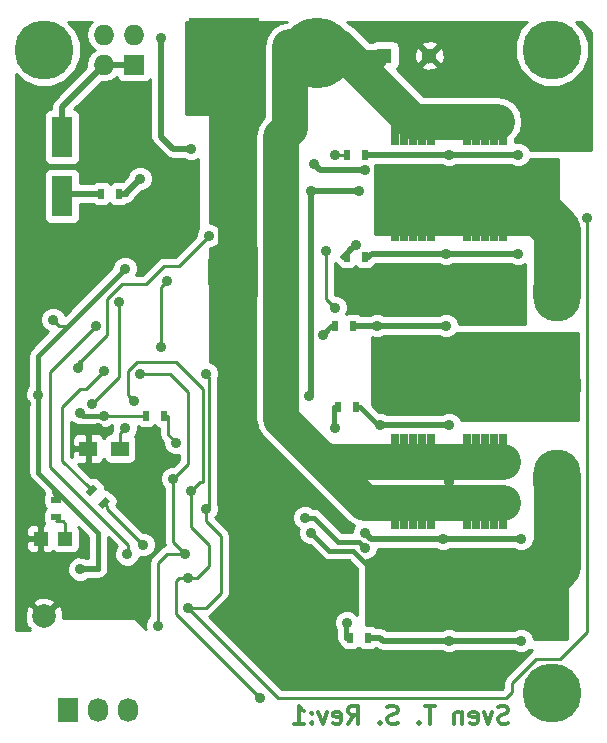
<source format=gbl>
G04 #@! TF.FileFunction,Copper,L2,Bot,Signal*
%FSLAX46Y46*%
G04 Gerber Fmt 4.6, Leading zero omitted, Abs format (unit mm)*
G04 Created by KiCad (PCBNEW 0.201511171411+6319~30~ubuntu15.10.1-product) date Fr 04 Dez 2015 11:44:42 CET*
%MOMM*%
G01*
G04 APERTURE LIST*
%ADD10C,0.100000*%
%ADD11C,0.300000*%
%ADD12O,4.000000X5.000000*%
%ADD13R,6.000000X6.000000*%
%ADD14C,6.000000*%
%ADD15R,1.300000X1.300000*%
%ADD16C,1.300000*%
%ADD17R,1.198880X1.198880*%
%ADD18R,1.200000X1.200000*%
%ADD19C,5.000000*%
%ADD20C,2.000000*%
%ADD21R,1.800860X3.500120*%
%ADD22R,1.727200X2.032000*%
%ADD23O,1.727200X2.032000*%
%ADD24R,1.500000X1.300000*%
%ADD25R,1.727200X1.727200*%
%ADD26O,1.727200X1.727200*%
%ADD27R,2.000000X2.500000*%
%ADD28R,0.800000X1.000000*%
%ADD29R,0.500000X0.900000*%
%ADD30R,0.900000X0.500000*%
%ADD31C,0.889000*%
%ADD32C,0.508000*%
%ADD33C,0.381000*%
%ADD34C,1.016000*%
%ADD35C,3.048000*%
%ADD36C,4.000000*%
%ADD37C,0.254000*%
G04 APERTURE END LIST*
D10*
D11*
X228527428Y-110081143D02*
X228313142Y-110152571D01*
X227955999Y-110152571D01*
X227813142Y-110081143D01*
X227741713Y-110009714D01*
X227670285Y-109866857D01*
X227670285Y-109724000D01*
X227741713Y-109581143D01*
X227813142Y-109509714D01*
X227955999Y-109438286D01*
X228241713Y-109366857D01*
X228384571Y-109295429D01*
X228455999Y-109224000D01*
X228527428Y-109081143D01*
X228527428Y-108938286D01*
X228455999Y-108795429D01*
X228384571Y-108724000D01*
X228241713Y-108652571D01*
X227884571Y-108652571D01*
X227670285Y-108724000D01*
X227170285Y-109152571D02*
X226813142Y-110152571D01*
X226456000Y-109152571D01*
X225313143Y-110081143D02*
X225456000Y-110152571D01*
X225741714Y-110152571D01*
X225884571Y-110081143D01*
X225956000Y-109938286D01*
X225956000Y-109366857D01*
X225884571Y-109224000D01*
X225741714Y-109152571D01*
X225456000Y-109152571D01*
X225313143Y-109224000D01*
X225241714Y-109366857D01*
X225241714Y-109509714D01*
X225956000Y-109652571D01*
X224598857Y-109152571D02*
X224598857Y-110152571D01*
X224598857Y-109295429D02*
X224527429Y-109224000D01*
X224384571Y-109152571D01*
X224170286Y-109152571D01*
X224027429Y-109224000D01*
X223956000Y-109366857D01*
X223956000Y-110152571D01*
X222313143Y-108652571D02*
X221456000Y-108652571D01*
X221884571Y-110152571D02*
X221884571Y-108652571D01*
X220956000Y-110009714D02*
X220884572Y-110081143D01*
X220956000Y-110152571D01*
X221027429Y-110081143D01*
X220956000Y-110009714D01*
X220956000Y-110152571D01*
X219170286Y-110081143D02*
X218956000Y-110152571D01*
X218598857Y-110152571D01*
X218456000Y-110081143D01*
X218384571Y-110009714D01*
X218313143Y-109866857D01*
X218313143Y-109724000D01*
X218384571Y-109581143D01*
X218456000Y-109509714D01*
X218598857Y-109438286D01*
X218884571Y-109366857D01*
X219027429Y-109295429D01*
X219098857Y-109224000D01*
X219170286Y-109081143D01*
X219170286Y-108938286D01*
X219098857Y-108795429D01*
X219027429Y-108724000D01*
X218884571Y-108652571D01*
X218527429Y-108652571D01*
X218313143Y-108724000D01*
X217670286Y-110009714D02*
X217598858Y-110081143D01*
X217670286Y-110152571D01*
X217741715Y-110081143D01*
X217670286Y-110009714D01*
X217670286Y-110152571D01*
X214956000Y-110152571D02*
X215456000Y-109438286D01*
X215813143Y-110152571D02*
X215813143Y-108652571D01*
X215241715Y-108652571D01*
X215098857Y-108724000D01*
X215027429Y-108795429D01*
X214956000Y-108938286D01*
X214956000Y-109152571D01*
X215027429Y-109295429D01*
X215098857Y-109366857D01*
X215241715Y-109438286D01*
X215813143Y-109438286D01*
X213741715Y-110081143D02*
X213884572Y-110152571D01*
X214170286Y-110152571D01*
X214313143Y-110081143D01*
X214384572Y-109938286D01*
X214384572Y-109366857D01*
X214313143Y-109224000D01*
X214170286Y-109152571D01*
X213884572Y-109152571D01*
X213741715Y-109224000D01*
X213670286Y-109366857D01*
X213670286Y-109509714D01*
X214384572Y-109652571D01*
X213170286Y-109152571D02*
X212813143Y-110152571D01*
X212456001Y-109152571D01*
X211884572Y-110009714D02*
X211813144Y-110081143D01*
X211884572Y-110152571D01*
X211956001Y-110081143D01*
X211884572Y-110009714D01*
X211884572Y-110152571D01*
X211884572Y-109224000D02*
X211813144Y-109295429D01*
X211884572Y-109366857D01*
X211956001Y-109295429D01*
X211884572Y-109224000D01*
X211884572Y-109366857D01*
X210384572Y-110152571D02*
X211241715Y-110152571D01*
X210813143Y-110152571D02*
X210813143Y-108652571D01*
X210956000Y-108866857D01*
X211098858Y-109009714D01*
X211241715Y-109081143D01*
D12*
X232664000Y-89408000D03*
X232664000Y-81508000D03*
X232664000Y-73608000D03*
D13*
X204470000Y-53340000D03*
D14*
X212370000Y-53340000D03*
D15*
X218059000Y-53594000D03*
D16*
X221859000Y-53594000D03*
D17*
X191041020Y-94488000D03*
X188942980Y-94488000D03*
D18*
X204724000Y-73406000D03*
X205724000Y-73406000D03*
X206724000Y-73406000D03*
X206724000Y-72406000D03*
X205724000Y-72406000D03*
X203724000Y-71406000D03*
X203724000Y-72406000D03*
X204724000Y-72406000D03*
X204724000Y-71406000D03*
X206724000Y-71406000D03*
X205724000Y-71406000D03*
X206724000Y-70406000D03*
X205724000Y-70406000D03*
X204724000Y-70406000D03*
D19*
X189230000Y-53086000D03*
X232230000Y-53086000D03*
D20*
X189230000Y-101086000D03*
D19*
X232230000Y-107586000D03*
D21*
X190754000Y-65491360D03*
X190754000Y-60492640D03*
D22*
X191262000Y-108966000D03*
D23*
X193802000Y-108966000D03*
X196342000Y-108966000D03*
D24*
X195660000Y-86868000D03*
X192960000Y-86868000D03*
D25*
X196850000Y-54356000D03*
D26*
X196850000Y-51816000D03*
X194310000Y-54356000D03*
X194310000Y-51816000D03*
D27*
X204184000Y-64516000D03*
X200184000Y-64516000D03*
D28*
X218948000Y-91313000D03*
X219710000Y-91313000D03*
X220472000Y-91313000D03*
X221234000Y-91313000D03*
X221996000Y-91313000D03*
X218948000Y-92329000D03*
X219710000Y-92329000D03*
X220472000Y-92329000D03*
X221234000Y-92329000D03*
X221996000Y-92329000D03*
X218948000Y-93154500D03*
X219710000Y-93154500D03*
X220472000Y-93154500D03*
X221234000Y-93154500D03*
X221996000Y-93154500D03*
X225044000Y-91313000D03*
X225806000Y-91313000D03*
X226568000Y-91313000D03*
X227330000Y-91313000D03*
X228092000Y-91313000D03*
X225044000Y-92329000D03*
X225806000Y-92329000D03*
X226568000Y-92329000D03*
X227330000Y-92329000D03*
X228092000Y-92329000D03*
X225044000Y-93154500D03*
X225806000Y-93154500D03*
X226568000Y-93154500D03*
X227330000Y-93154500D03*
X228092000Y-93154500D03*
X218948000Y-99949000D03*
X219710000Y-99949000D03*
X220472000Y-99949000D03*
X221234000Y-99949000D03*
X221996000Y-99949000D03*
X218948000Y-100965000D03*
X219710000Y-100965000D03*
X220472000Y-100965000D03*
X221234000Y-100965000D03*
X221996000Y-100965000D03*
X218948000Y-101790500D03*
X219710000Y-101790500D03*
X220472000Y-101790500D03*
X221234000Y-101790500D03*
X221996000Y-101790500D03*
X225044000Y-99949000D03*
X225806000Y-99949000D03*
X226568000Y-99949000D03*
X227330000Y-99949000D03*
X228092000Y-99949000D03*
X225044000Y-100965000D03*
X225806000Y-100965000D03*
X226568000Y-100965000D03*
X227330000Y-100965000D03*
X228092000Y-100965000D03*
X225044000Y-101790500D03*
X225806000Y-101790500D03*
X226568000Y-101790500D03*
X227330000Y-101790500D03*
X228092000Y-101790500D03*
X228092000Y-88011000D03*
X227330000Y-88011000D03*
X226568000Y-88011000D03*
X225806000Y-88011000D03*
X225044000Y-88011000D03*
X228092000Y-86995000D03*
X227330000Y-86995000D03*
X226568000Y-86995000D03*
X225806000Y-86995000D03*
X225044000Y-86995000D03*
X228092000Y-86169500D03*
X227330000Y-86169500D03*
X226568000Y-86169500D03*
X225806000Y-86169500D03*
X225044000Y-86169500D03*
X221996000Y-88011000D03*
X221234000Y-88011000D03*
X220472000Y-88011000D03*
X219710000Y-88011000D03*
X218948000Y-88011000D03*
X221996000Y-86995000D03*
X221234000Y-86995000D03*
X220472000Y-86995000D03*
X219710000Y-86995000D03*
X218948000Y-86995000D03*
X221996000Y-86169500D03*
X221234000Y-86169500D03*
X220472000Y-86169500D03*
X219710000Y-86169500D03*
X218948000Y-86169500D03*
X221996000Y-79629000D03*
X221234000Y-79629000D03*
X220472000Y-79629000D03*
X219710000Y-79629000D03*
X218948000Y-79629000D03*
X221996000Y-78613000D03*
X221234000Y-78613000D03*
X220472000Y-78613000D03*
X219710000Y-78613000D03*
X218948000Y-78613000D03*
X221996000Y-77787500D03*
X221234000Y-77787500D03*
X220472000Y-77787500D03*
X219710000Y-77787500D03*
X218948000Y-77787500D03*
X228092000Y-79629000D03*
X227330000Y-79629000D03*
X226568000Y-79629000D03*
X225806000Y-79629000D03*
X225044000Y-79629000D03*
X228092000Y-78613000D03*
X227330000Y-78613000D03*
X226568000Y-78613000D03*
X225806000Y-78613000D03*
X225044000Y-78613000D03*
X228092000Y-77787500D03*
X227330000Y-77787500D03*
X226568000Y-77787500D03*
X225806000Y-77787500D03*
X225044000Y-77787500D03*
X225044000Y-58801000D03*
X225806000Y-58801000D03*
X226568000Y-58801000D03*
X227330000Y-58801000D03*
X228092000Y-58801000D03*
X225044000Y-59817000D03*
X225806000Y-59817000D03*
X226568000Y-59817000D03*
X227330000Y-59817000D03*
X228092000Y-59817000D03*
X225044000Y-60642500D03*
X225806000Y-60642500D03*
X226568000Y-60642500D03*
X227330000Y-60642500D03*
X228092000Y-60642500D03*
X218948000Y-58801000D03*
X219710000Y-58801000D03*
X220472000Y-58801000D03*
X221234000Y-58801000D03*
X221996000Y-58801000D03*
X218948000Y-59817000D03*
X219710000Y-59817000D03*
X220472000Y-59817000D03*
X221234000Y-59817000D03*
X221996000Y-59817000D03*
X218948000Y-60642500D03*
X219710000Y-60642500D03*
X220472000Y-60642500D03*
X221234000Y-60642500D03*
X221996000Y-60642500D03*
X218948000Y-66929000D03*
X219710000Y-66929000D03*
X220472000Y-66929000D03*
X221234000Y-66929000D03*
X221996000Y-66929000D03*
X218948000Y-67945000D03*
X219710000Y-67945000D03*
X220472000Y-67945000D03*
X221234000Y-67945000D03*
X221996000Y-67945000D03*
X218948000Y-68770500D03*
X219710000Y-68770500D03*
X220472000Y-68770500D03*
X221234000Y-68770500D03*
X221996000Y-68770500D03*
X225044000Y-66929000D03*
X225806000Y-66929000D03*
X226568000Y-66929000D03*
X227330000Y-66929000D03*
X228092000Y-66929000D03*
X225044000Y-67945000D03*
X225806000Y-67945000D03*
X226568000Y-67945000D03*
X227330000Y-67945000D03*
X228092000Y-67945000D03*
X225044000Y-68770500D03*
X225806000Y-68770500D03*
X226568000Y-68770500D03*
X227330000Y-68770500D03*
X228092000Y-68770500D03*
D29*
X195568000Y-65278000D03*
X194068000Y-65278000D03*
X199378000Y-84074000D03*
X197878000Y-84074000D03*
X216650000Y-102870000D03*
X215150000Y-102870000D03*
X215634000Y-83312000D03*
X214134000Y-83312000D03*
X215380000Y-76454000D03*
X213880000Y-76454000D03*
X216396000Y-61976000D03*
X214896000Y-61976000D03*
X216396000Y-70612000D03*
X214896000Y-70612000D03*
D10*
G36*
X194827305Y-91320909D02*
X194190909Y-91957305D01*
X193837355Y-91603751D01*
X194473751Y-90967355D01*
X194827305Y-91320909D01*
X194827305Y-91320909D01*
G37*
G36*
X193766645Y-90260249D02*
X193130249Y-90896645D01*
X192776695Y-90543091D01*
X193413091Y-89906695D01*
X193766645Y-90260249D01*
X193766645Y-90260249D01*
G37*
D30*
X190246000Y-92698000D03*
X190246000Y-91198000D03*
D31*
X211709000Y-82423000D03*
X201676000Y-61468000D03*
X199136000Y-52070000D03*
X216408000Y-95250000D03*
X211328000Y-92710000D03*
X215900000Y-65024000D03*
X211836000Y-65024000D03*
X206375000Y-101346000D03*
X205486000Y-67564000D03*
X205232000Y-66294000D03*
X205486000Y-77343000D03*
X223393000Y-106680000D03*
X222123000Y-106680000D03*
X225933000Y-73279000D03*
X220345000Y-73279000D03*
X215392000Y-73279000D03*
X223520000Y-73279000D03*
X216789000Y-73279000D03*
X227076000Y-106172000D03*
X225806000Y-106172000D03*
X224536000Y-106172000D03*
X220980000Y-106172000D03*
X219710000Y-106172000D03*
X218440000Y-106172000D03*
X211836000Y-97790000D03*
X228600000Y-97790000D03*
X227330000Y-97790000D03*
X226060000Y-97790000D03*
X224790000Y-97790000D03*
X222504000Y-97790000D03*
X221234000Y-97790000D03*
X219964000Y-97790000D03*
X218694000Y-97790000D03*
X211836000Y-93980000D03*
X216916000Y-96520000D03*
X209804000Y-58674000D03*
X223520000Y-89662000D03*
X197358000Y-64008000D03*
X192278000Y-97091500D03*
X194310000Y-84074000D03*
X188722000Y-82296000D03*
X192278000Y-83820000D03*
X189992000Y-75946000D03*
X196088000Y-71628000D03*
X199136000Y-78232000D03*
X199644000Y-72644000D03*
X228600000Y-81534000D03*
X227330000Y-81534000D03*
X226060000Y-81534000D03*
X224790000Y-81534000D03*
X222504000Y-81534000D03*
X221234000Y-81534000D03*
X219964000Y-81534000D03*
X218567000Y-81534000D03*
X228600000Y-65024000D03*
X227330000Y-65024000D03*
X226060000Y-65024000D03*
X224790000Y-65024000D03*
X222504000Y-65024000D03*
X221234000Y-65024000D03*
X219964000Y-65024000D03*
X218694000Y-65024000D03*
X212090000Y-62738000D03*
X216408000Y-63246000D03*
X200406000Y-86360000D03*
X235204000Y-67310000D03*
X201422000Y-100330000D03*
X202946000Y-91948000D03*
X202946000Y-80518000D03*
X201422000Y-97790000D03*
X207518000Y-107950000D03*
X201676000Y-90424000D03*
X196850000Y-82804000D03*
X201168000Y-95758000D03*
X198882000Y-101854000D03*
X197358000Y-80518000D03*
X200152000Y-89408000D03*
X196278500Y-95821500D03*
X193618000Y-76524000D03*
X223520000Y-103124000D03*
X229616000Y-103124000D03*
X216408000Y-93980000D03*
X229616000Y-94488000D03*
X223012000Y-94488000D03*
X217424000Y-76454000D03*
X223266000Y-76454000D03*
X223520000Y-84836000D03*
X217678000Y-84836000D03*
X223266000Y-70358000D03*
X229362000Y-70358000D03*
X223520000Y-61976000D03*
X229362000Y-61976000D03*
X192151000Y-80010000D03*
X203200000Y-68834000D03*
X213106000Y-70104000D03*
X213868000Y-74930000D03*
X195580000Y-74422000D03*
X193294000Y-83058000D03*
X196088000Y-85090000D03*
X194310000Y-80264000D03*
X214884000Y-101600000D03*
X212852000Y-77216000D03*
X213868000Y-85090000D03*
X215646000Y-69596000D03*
X213868000Y-61976000D03*
X197612000Y-94996000D03*
X191008000Y-70485000D03*
X200152000Y-69723000D03*
X193802000Y-85090000D03*
X196850000Y-99822000D03*
X187706000Y-89154000D03*
X187706000Y-83058000D03*
D32*
X211836000Y-65024000D02*
X211836000Y-82296000D01*
X211836000Y-82296000D02*
X211709000Y-82423000D01*
X200152000Y-61468000D02*
X201676000Y-61468000D01*
X199136000Y-60452000D02*
X200152000Y-61468000D01*
X199136000Y-52070000D02*
X199136000Y-60452000D01*
D33*
X215900000Y-94742000D02*
X216408000Y-95250000D01*
X214122000Y-94742000D02*
X215900000Y-94742000D01*
X213868000Y-94488000D02*
X214122000Y-94742000D01*
X212090000Y-92710000D02*
X213868000Y-94488000D01*
X211328000Y-92710000D02*
X212090000Y-92710000D01*
D32*
X211836000Y-65024000D02*
X215900000Y-65024000D01*
D33*
X206375000Y-101346000D02*
X207264000Y-101346000D01*
X207264000Y-101346000D02*
X206375000Y-101346000D01*
X206375000Y-101346000D02*
X207264000Y-101346000D01*
D32*
X205486000Y-67564000D02*
X205724000Y-67802000D01*
X205724000Y-67802000D02*
X205724000Y-70406000D01*
X206724000Y-70406000D02*
X205724000Y-70406000D01*
X205740000Y-67056000D02*
X205486000Y-67056000D01*
X205486000Y-66802000D02*
X205740000Y-67056000D01*
X205486000Y-66548000D02*
X205486000Y-66802000D01*
X205232000Y-66294000D02*
X205486000Y-66548000D01*
X205486000Y-77343000D02*
X205486000Y-76962000D01*
X222631000Y-105918000D02*
X222631000Y-105410000D01*
X223393000Y-106680000D02*
X222631000Y-105918000D01*
X222631000Y-106172000D02*
X222631000Y-105664000D01*
X222123000Y-106680000D02*
X222631000Y-106172000D01*
X222631000Y-105664000D02*
X222631000Y-105410000D01*
X222631000Y-105410000D02*
X222631000Y-105664000D01*
X225933000Y-73279000D02*
X223520000Y-73279000D01*
D34*
X220345000Y-73279000D02*
X216789000Y-73279000D01*
X216789000Y-73279000D02*
X215392000Y-73279000D01*
X223520000Y-73279000D02*
X216789000Y-73279000D01*
D35*
X205486000Y-65532000D02*
X205486000Y-67056000D01*
X205486000Y-67056000D02*
X205486000Y-76962000D01*
D33*
X205486000Y-76962000D02*
X205232000Y-76962000D01*
X205232000Y-76962000D02*
X205486000Y-76962000D01*
D34*
X227076000Y-106172000D02*
X226568000Y-105664000D01*
X226568000Y-105664000D02*
X227076000Y-106172000D01*
X227076000Y-106172000D02*
X227076000Y-105664000D01*
X225806000Y-106172000D02*
X225298000Y-105664000D01*
X225298000Y-105664000D02*
X225806000Y-106172000D01*
X225806000Y-106172000D02*
X225806000Y-105664000D01*
X224536000Y-106172000D02*
X224536000Y-105664000D01*
X224536000Y-105664000D02*
X224536000Y-106172000D01*
X224536000Y-106172000D02*
X224536000Y-105664000D01*
X220980000Y-106172000D02*
X220472000Y-105664000D01*
X220472000Y-105664000D02*
X220980000Y-106172000D01*
X220980000Y-106172000D02*
X220980000Y-105664000D01*
X219710000Y-106172000D02*
X219202000Y-105664000D01*
X219202000Y-105664000D02*
X219710000Y-106172000D01*
X219710000Y-106172000D02*
X219710000Y-105664000D01*
X218440000Y-106172000D02*
X218440000Y-105664000D01*
X218440000Y-105664000D02*
X218440000Y-106172000D01*
X218440000Y-106172000D02*
X218440000Y-105664000D01*
D33*
X207264000Y-93472000D02*
X207518000Y-93472000D01*
X207518000Y-93472000D02*
X211836000Y-97790000D01*
D35*
X214884000Y-105664000D02*
X210312000Y-105664000D01*
X207264000Y-102616000D02*
X207264000Y-101346000D01*
X207264000Y-101346000D02*
X207264000Y-93472000D01*
X210312000Y-105664000D02*
X207264000Y-102616000D01*
X203708000Y-52832000D02*
X203708000Y-56642000D01*
X205486000Y-58420000D02*
X205486000Y-65532000D01*
X203708000Y-56642000D02*
X205486000Y-58420000D01*
X205486000Y-76962000D02*
X205486000Y-79248000D01*
X205486000Y-79248000D02*
X205486000Y-91694000D01*
X205486000Y-91694000D02*
X207264000Y-93472000D01*
X214884000Y-105664000D02*
X220980000Y-105664000D01*
X220980000Y-105664000D02*
X219710000Y-105664000D01*
X219710000Y-105664000D02*
X218440000Y-105664000D01*
X218440000Y-105664000D02*
X222631000Y-105664000D01*
X222631000Y-105664000D02*
X227076000Y-105664000D01*
X227076000Y-105664000D02*
X225806000Y-105664000D01*
X225806000Y-105664000D02*
X224536000Y-105664000D01*
X224536000Y-105664000D02*
X226314000Y-105664000D01*
D36*
X232664000Y-89408000D02*
X232664000Y-96774000D01*
X232664000Y-96774000D02*
X231394000Y-98044000D01*
D35*
X232664000Y-96774000D02*
X231394000Y-98044000D01*
X232664000Y-91440000D02*
X232664000Y-96774000D01*
D34*
X228092000Y-100965000D02*
X228092000Y-99949000D01*
X227330000Y-100965000D02*
X227330000Y-99949000D01*
X226568000Y-100965000D02*
X226568000Y-99949000D01*
X225806000Y-100965000D02*
X225806000Y-99949000D01*
X225044000Y-100965000D02*
X225044000Y-99949000D01*
X221996000Y-99949000D02*
X221996000Y-100965000D01*
X221234000Y-99949000D02*
X221234000Y-100965000D01*
X220472000Y-99949000D02*
X220472000Y-100965000D01*
X219710000Y-99949000D02*
X219710000Y-100965000D01*
X218948000Y-99949000D02*
X218948000Y-100965000D01*
X228092000Y-99949000D02*
X228092000Y-98298000D01*
X228092000Y-98298000D02*
X228600000Y-97790000D01*
X227330000Y-99949000D02*
X227330000Y-97790000D01*
X226568000Y-99949000D02*
X226568000Y-98298000D01*
X226568000Y-98298000D02*
X226060000Y-97790000D01*
X225806000Y-99949000D02*
X225806000Y-98044000D01*
X225806000Y-98044000D02*
X226060000Y-97790000D01*
X225044000Y-99949000D02*
X225044000Y-98044000D01*
X225044000Y-98044000D02*
X224790000Y-97790000D01*
X221996000Y-99949000D02*
X221996000Y-98298000D01*
X221996000Y-98298000D02*
X222504000Y-97790000D01*
X221234000Y-99949000D02*
X221234000Y-97790000D01*
X220472000Y-99949000D02*
X220472000Y-98298000D01*
X220472000Y-98298000D02*
X219964000Y-97790000D01*
X219710000Y-99949000D02*
X219710000Y-98044000D01*
X219710000Y-98044000D02*
X219964000Y-97790000D01*
X218948000Y-99949000D02*
X218948000Y-98044000D01*
X218948000Y-98044000D02*
X218694000Y-97790000D01*
D32*
X227330000Y-97790000D02*
X228600000Y-97790000D01*
X226060000Y-97790000D02*
X227330000Y-97790000D01*
X224790000Y-97790000D02*
X226060000Y-97790000D01*
X222504000Y-97790000D02*
X224790000Y-97790000D01*
X221234000Y-97790000D02*
X222504000Y-97790000D01*
X219964000Y-97790000D02*
X221234000Y-97790000D01*
X218694000Y-97790000D02*
X219964000Y-97790000D01*
D33*
X213360000Y-95504000D02*
X215392000Y-95504000D01*
X211836000Y-93980000D02*
X213360000Y-95504000D01*
X216408000Y-96520000D02*
X216916000Y-96520000D01*
X215392000Y-95504000D02*
X216408000Y-96520000D01*
D34*
X218059000Y-53594000D02*
X212624000Y-53594000D01*
X212624000Y-53594000D02*
X212370000Y-53340000D01*
D32*
X212624000Y-53594000D02*
X212370000Y-53340000D01*
X209804000Y-58674000D02*
X210058000Y-58928000D01*
X210058000Y-58928000D02*
X209550000Y-58928000D01*
X209550000Y-58928000D02*
X210058000Y-58928000D01*
X223520000Y-89662000D02*
X223520000Y-91440000D01*
X223520000Y-91440000D02*
X223520000Y-90932000D01*
X223520000Y-90932000D02*
X223520000Y-91440000D01*
X223520000Y-89662000D02*
X223520000Y-88011000D01*
X223520000Y-88011000D02*
X223520000Y-89154000D01*
X223520000Y-89154000D02*
X223520000Y-88011000D01*
D35*
X228092000Y-88011000D02*
X223520000Y-88011000D01*
X223520000Y-88011000D02*
X212979000Y-88011000D01*
X212979000Y-88011000D02*
X213106000Y-87884000D01*
X213106000Y-87884000D02*
X213360000Y-87884000D01*
X213360000Y-87884000D02*
X213360000Y-88392000D01*
D32*
X190754000Y-59984640D02*
X190754000Y-57912000D01*
X190754000Y-57912000D02*
X192786000Y-55880000D01*
X192786000Y-55880000D02*
X194310000Y-54356000D01*
X194310000Y-54356000D02*
X196850000Y-54356000D01*
X210058000Y-55880000D02*
X210058000Y-55118000D01*
D35*
X210058000Y-52832000D02*
X210058000Y-55118000D01*
X210058000Y-55118000D02*
X210058000Y-56642000D01*
X210058000Y-56642000D02*
X210058000Y-58928000D01*
X210058000Y-58928000D02*
X210058000Y-59690000D01*
X210058000Y-59690000D02*
X209296000Y-60452000D01*
X209296000Y-70104000D02*
X209296000Y-84328000D01*
X209296000Y-60452000D02*
X209296000Y-70104000D01*
X209296000Y-84328000D02*
X213360000Y-88392000D01*
X216408000Y-91440000D02*
X223520000Y-91440000D01*
X213360000Y-88392000D02*
X216408000Y-91440000D01*
X223520000Y-91440000D02*
X228092000Y-91440000D01*
X216408000Y-55118000D02*
X220472000Y-59182000D01*
X214122000Y-52832000D02*
X216408000Y-55118000D01*
X220472000Y-59182000D02*
X227584000Y-59182000D01*
X210058000Y-52832000D02*
X214122000Y-52832000D01*
D32*
X215630760Y-54340760D02*
X215900000Y-54610000D01*
X215900000Y-54610000D02*
X216408000Y-54610000D01*
X216408000Y-54610000D02*
X216408000Y-55118000D01*
X217932000Y-54340760D02*
X215630760Y-54340760D01*
X195568000Y-65278000D02*
X196168000Y-65278000D01*
D33*
X196168000Y-65278000D02*
X195961000Y-65278000D01*
X195961000Y-65278000D02*
X196168000Y-65278000D01*
D32*
X196168000Y-65278000D02*
X196168000Y-65278000D01*
X196168000Y-65278000D02*
X196168000Y-65198000D01*
X196168000Y-65198000D02*
X197358000Y-64008000D01*
D37*
X197878000Y-84074000D02*
X197528000Y-84074000D01*
X197528000Y-84074000D02*
X194310000Y-84074000D01*
X190246000Y-91198000D02*
X190246000Y-90424000D01*
X190246000Y-90424000D02*
X190246000Y-90551000D01*
X190246000Y-90551000D02*
X190246000Y-90424000D01*
D33*
X193802000Y-93980000D02*
X190246000Y-90424000D01*
X190246000Y-90424000D02*
X189230000Y-89408000D01*
X193802000Y-97028000D02*
X193802000Y-93980000D01*
D32*
X192341500Y-97028000D02*
X193802000Y-97028000D01*
X192278000Y-97091500D02*
X192341500Y-97028000D01*
D37*
X189230000Y-89408000D02*
X189738000Y-89916000D01*
X189992000Y-90170000D02*
X189992000Y-90594000D01*
X189738000Y-89916000D02*
X189992000Y-90170000D01*
X189992000Y-90594000D02*
X190246000Y-90848000D01*
D33*
X194310000Y-84074000D02*
X192532000Y-84074000D01*
X192532000Y-84074000D02*
X192278000Y-83820000D01*
X188722000Y-88900000D02*
X188722000Y-82296000D01*
X189230000Y-89408000D02*
X188722000Y-88900000D01*
X188722000Y-78994000D02*
X188722000Y-82296000D01*
D37*
X192532000Y-84074000D02*
X192278000Y-83820000D01*
X190500000Y-76454000D02*
X191262000Y-76454000D01*
X189992000Y-75946000D02*
X190500000Y-76454000D01*
D33*
X196088000Y-71628000D02*
X191262000Y-76454000D01*
X191262000Y-76454000D02*
X188722000Y-78994000D01*
D37*
X199136000Y-73152000D02*
X199136000Y-78232000D01*
X199644000Y-72644000D02*
X199136000Y-73152000D01*
D34*
X228092000Y-79629000D02*
X228092000Y-78613000D01*
X227330000Y-79629000D02*
X227330000Y-78613000D01*
X226568000Y-79629000D02*
X226568000Y-78613000D01*
X225806000Y-79629000D02*
X225806000Y-78613000D01*
X225044000Y-79629000D02*
X225044000Y-78613000D01*
X221996000Y-79629000D02*
X221996000Y-78613000D01*
X221234000Y-79629000D02*
X221234000Y-78613000D01*
X220472000Y-79629000D02*
X220472000Y-78613000D01*
X219710000Y-79629000D02*
X219710000Y-78613000D01*
X218948000Y-79629000D02*
X218948000Y-78613000D01*
X228092000Y-79629000D02*
X228092000Y-81026000D01*
X228092000Y-81026000D02*
X228600000Y-81534000D01*
X227330000Y-79629000D02*
X227330000Y-81534000D01*
X226568000Y-79629000D02*
X226568000Y-81026000D01*
X226568000Y-81026000D02*
X226060000Y-81534000D01*
X225806000Y-79629000D02*
X225806000Y-81280000D01*
X225806000Y-81280000D02*
X226060000Y-81534000D01*
X225044000Y-79629000D02*
X225044000Y-81280000D01*
X225044000Y-81280000D02*
X224790000Y-81534000D01*
X221996000Y-79629000D02*
X221996000Y-81026000D01*
X221996000Y-81026000D02*
X222504000Y-81534000D01*
X221234000Y-79629000D02*
X221234000Y-81534000D01*
X220472000Y-79629000D02*
X220472000Y-81026000D01*
X220472000Y-81026000D02*
X219964000Y-81534000D01*
X219710000Y-79629000D02*
X219710000Y-81280000D01*
X219710000Y-81280000D02*
X219964000Y-81534000D01*
X218948000Y-79629000D02*
X218948000Y-81153000D01*
X218948000Y-81153000D02*
X218567000Y-81534000D01*
D35*
X228600000Y-81534000D02*
X232570000Y-81534000D01*
X232570000Y-81534000D02*
X232664000Y-81440000D01*
D32*
X227330000Y-81534000D02*
X228600000Y-81534000D01*
X226060000Y-81534000D02*
X227330000Y-81534000D01*
X224790000Y-81534000D02*
X226060000Y-81534000D01*
X222504000Y-81534000D02*
X224790000Y-81534000D01*
X221234000Y-81534000D02*
X222504000Y-81534000D01*
X219964000Y-81534000D02*
X221234000Y-81534000D01*
X218567000Y-81534000D02*
X219964000Y-81534000D01*
D36*
X232664000Y-73608000D02*
X232664000Y-68326000D01*
X232664000Y-68326000D02*
X231140000Y-66802000D01*
D35*
X232664000Y-68326000D02*
X231140000Y-66802000D01*
D34*
X228092000Y-67945000D02*
X228092000Y-66929000D01*
X227330000Y-67945000D02*
X227330000Y-66929000D01*
X226568000Y-67945000D02*
X226568000Y-66929000D01*
X225806000Y-67945000D02*
X225806000Y-66929000D01*
X225044000Y-67945000D02*
X225044000Y-66929000D01*
X221996000Y-67945000D02*
X221996000Y-66929000D01*
X221234000Y-67945000D02*
X221234000Y-66929000D01*
X220472000Y-66929000D02*
X220472000Y-65532000D01*
X220472000Y-65532000D02*
X219964000Y-65024000D01*
X220472000Y-67945000D02*
X220472000Y-66929000D01*
X219710000Y-67945000D02*
X219710000Y-66929000D01*
X218948000Y-67945000D02*
X218948000Y-66929000D01*
X228092000Y-66929000D02*
X228092000Y-65532000D01*
X228092000Y-65532000D02*
X228600000Y-65024000D01*
X227330000Y-66929000D02*
X227330000Y-65024000D01*
X226568000Y-66929000D02*
X226568000Y-65786000D01*
X226568000Y-65786000D02*
X227330000Y-65024000D01*
X225806000Y-66929000D02*
X225806000Y-65278000D01*
X225806000Y-65278000D02*
X226060000Y-65024000D01*
X225044000Y-66929000D02*
X225044000Y-65278000D01*
X225044000Y-65278000D02*
X224790000Y-65024000D01*
X221996000Y-66929000D02*
X221996000Y-65532000D01*
X221996000Y-65532000D02*
X222504000Y-65024000D01*
X221234000Y-66929000D02*
X221234000Y-65024000D01*
X219710000Y-66929000D02*
X219710000Y-65278000D01*
X219710000Y-65278000D02*
X219964000Y-65024000D01*
X218948000Y-66929000D02*
X218948000Y-65278000D01*
X218948000Y-65278000D02*
X218694000Y-65024000D01*
D32*
X227330000Y-65024000D02*
X228600000Y-65024000D01*
X226060000Y-65024000D02*
X227330000Y-65024000D01*
X224790000Y-65024000D02*
X226060000Y-65024000D01*
X222504000Y-65024000D02*
X224790000Y-65024000D01*
X221234000Y-65024000D02*
X222504000Y-65024000D01*
X219964000Y-65024000D02*
X221234000Y-65024000D01*
X218694000Y-65024000D02*
X219964000Y-65024000D01*
X212090000Y-62738000D02*
X212598000Y-63246000D01*
X212598000Y-63246000D02*
X216408000Y-63246000D01*
D37*
X199378000Y-84074000D02*
X199728000Y-84074000D01*
X199728000Y-84074000D02*
X199771000Y-84117000D01*
X199771000Y-84117000D02*
X199771000Y-84201000D01*
X199771000Y-84201000D02*
X199728000Y-84201000D01*
X199728000Y-84074000D02*
X199728000Y-84201000D01*
X199728000Y-84201000D02*
X199728000Y-85682000D01*
X199728000Y-85682000D02*
X200406000Y-86360000D01*
X209042000Y-107950000D02*
X201422000Y-100330000D01*
X228346000Y-107950000D02*
X209042000Y-107950000D01*
X228854000Y-107442000D02*
X228346000Y-107950000D01*
X228854000Y-106680000D02*
X228854000Y-107442000D01*
X230886000Y-104648000D02*
X228854000Y-106680000D01*
X232918000Y-104648000D02*
X230886000Y-104648000D01*
X235204000Y-102362000D02*
X232918000Y-104648000D01*
X235204000Y-89916000D02*
X235204000Y-102362000D01*
X235204000Y-67310000D02*
X235204000Y-89916000D01*
X202946000Y-91948000D02*
X202946000Y-92964000D01*
X202946000Y-100330000D02*
X201422000Y-100330000D01*
X204216000Y-99060000D02*
X202946000Y-100330000D01*
X204216000Y-94234000D02*
X204216000Y-99060000D01*
X202946000Y-92964000D02*
X204216000Y-94234000D01*
X203200000Y-91694000D02*
X202946000Y-91948000D01*
X203200000Y-80772000D02*
X203200000Y-91694000D01*
X202946000Y-80518000D02*
X203200000Y-80772000D01*
X200660000Y-97790000D02*
X200406000Y-98044000D01*
X200406000Y-98044000D02*
X200406000Y-100838000D01*
X200406000Y-100838000D02*
X207518000Y-107950000D01*
X200660000Y-97790000D02*
X201422000Y-97790000D01*
X201676000Y-90424000D02*
X201676000Y-93472000D01*
X202184000Y-97790000D02*
X201422000Y-97790000D01*
X203200000Y-96774000D02*
X202184000Y-97790000D01*
X203200000Y-94996000D02*
X203200000Y-96774000D01*
X201676000Y-93472000D02*
X203200000Y-94996000D01*
X202438000Y-89662000D02*
X202692000Y-89662000D01*
X201676000Y-90424000D02*
X202438000Y-89662000D01*
X202692000Y-81788000D02*
X201930000Y-81026000D01*
X201930000Y-81026000D02*
X200406000Y-79502000D01*
X200406000Y-79502000D02*
X197104000Y-79502000D01*
X197104000Y-79502000D02*
X196342000Y-80264000D01*
X196342000Y-80264000D02*
X196342000Y-81026000D01*
X196342000Y-82296000D02*
X196850000Y-82804000D01*
X196342000Y-81026000D02*
X196342000Y-82296000D01*
X202692000Y-89662000D02*
X202692000Y-81788000D01*
X199644000Y-95758000D02*
X198882000Y-96520000D01*
X198882000Y-96520000D02*
X198882000Y-101854000D01*
X199644000Y-95758000D02*
X201168000Y-95758000D01*
X200152000Y-89408000D02*
X200152000Y-94742000D01*
X200152000Y-94742000D02*
X201168000Y-95758000D01*
X199898000Y-80518000D02*
X197358000Y-80518000D01*
X201422000Y-82042000D02*
X199898000Y-80518000D01*
X201422000Y-88138000D02*
X201422000Y-82042000D01*
X200152000Y-89408000D02*
X201422000Y-88138000D01*
D32*
X193548000Y-65278000D02*
X194068000Y-65278000D01*
D33*
X193548000Y-65278000D02*
X193468000Y-65278000D01*
D32*
X193468000Y-65278000D02*
X191048640Y-65278000D01*
X191048640Y-65278000D02*
X190754000Y-64983360D01*
D33*
X196342000Y-108966000D02*
X196342000Y-108458000D01*
D32*
X196342000Y-95758000D02*
X196342000Y-95631000D01*
X196278500Y-95821500D02*
X196342000Y-95758000D01*
D37*
X190500000Y-89154000D02*
X189738000Y-88392000D01*
X189738000Y-80404000D02*
X190500000Y-79642000D01*
X189738000Y-88392000D02*
X189738000Y-80404000D01*
X196342000Y-95631000D02*
X196342000Y-94996000D01*
X190500000Y-89154000D02*
X196342000Y-94996000D01*
X190500000Y-79642000D02*
X193618000Y-76524000D01*
X216650000Y-102870000D02*
X217000000Y-102870000D01*
D32*
X217678000Y-102870000D02*
X217932000Y-103124000D01*
X217932000Y-103124000D02*
X223520000Y-103124000D01*
X217000000Y-102870000D02*
X217678000Y-102870000D01*
X223520000Y-103124000D02*
X229616000Y-103124000D01*
X216916000Y-94488000D02*
X223012000Y-94488000D01*
X216408000Y-93980000D02*
X216916000Y-94488000D01*
X223012000Y-94488000D02*
X229616000Y-94488000D01*
D37*
X215380000Y-76454000D02*
X216027000Y-76454000D01*
D32*
X217424000Y-76454000D02*
X216027000Y-76454000D01*
X216027000Y-76454000D02*
X215730000Y-76454000D01*
X217424000Y-76454000D02*
X223266000Y-76454000D01*
D37*
X215634000Y-83312000D02*
X215900000Y-83312000D01*
X216027000Y-83439000D02*
X216027000Y-83355000D01*
X215900000Y-83312000D02*
X216027000Y-83439000D01*
D33*
X217678000Y-84836000D02*
X217508000Y-84836000D01*
X217508000Y-84836000D02*
X216027000Y-83355000D01*
X216027000Y-83355000D02*
X215984000Y-83312000D01*
D32*
X217678000Y-84836000D02*
X223520000Y-84836000D01*
D37*
X216767500Y-70590500D02*
X216417500Y-70590500D01*
X216417500Y-70590500D02*
X216396000Y-70612000D01*
D32*
X223266000Y-70358000D02*
X217000000Y-70358000D01*
X217000000Y-70358000D02*
X216767500Y-70590500D01*
X216767500Y-70590500D02*
X216746000Y-70612000D01*
X223266000Y-70358000D02*
X229362000Y-70358000D01*
D37*
X216396000Y-61976000D02*
X216916000Y-61976000D01*
D32*
X223520000Y-61976000D02*
X216916000Y-61976000D01*
X216916000Y-61976000D02*
X216746000Y-61976000D01*
X223520000Y-61976000D02*
X229362000Y-61976000D01*
D33*
X192278000Y-79502000D02*
X192278000Y-79883000D01*
X192278000Y-79883000D02*
X192151000Y-80010000D01*
D37*
X192278000Y-79502000D02*
X194564000Y-77216000D01*
X197866000Y-72898000D02*
X199390000Y-71374000D01*
X199390000Y-71374000D02*
X200660000Y-71374000D01*
X203200000Y-68834000D02*
X200660000Y-71374000D01*
X194564000Y-74168000D02*
X194564000Y-77216000D01*
X195834000Y-72898000D02*
X194564000Y-74168000D01*
X197866000Y-72898000D02*
X195834000Y-72898000D01*
X213106000Y-74168000D02*
X213106000Y-70104000D01*
X213868000Y-74930000D02*
X213106000Y-74168000D01*
X195580000Y-80772000D02*
X195580000Y-74422000D01*
X193294000Y-83058000D02*
X195580000Y-80772000D01*
X195660000Y-85518000D02*
X195660000Y-86868000D01*
X196088000Y-85090000D02*
X195660000Y-85518000D01*
X193271670Y-90401670D02*
X193024183Y-90154183D01*
X190754000Y-87884000D02*
X190754000Y-83312000D01*
X190754000Y-83312000D02*
X192278000Y-81788000D01*
X192278000Y-81788000D02*
X192786000Y-81788000D01*
X192786000Y-81788000D02*
X194310000Y-80264000D01*
X193024183Y-90154183D02*
X190754000Y-87884000D01*
X215150000Y-102870000D02*
X214800000Y-102870000D01*
D33*
X214884000Y-101600000D02*
X214800000Y-101684000D01*
X214800000Y-101684000D02*
X214800000Y-102870000D01*
D37*
X213880000Y-76454000D02*
X213530000Y-76454000D01*
D33*
X213530000Y-76538000D02*
X212852000Y-77216000D01*
X213530000Y-76454000D02*
X213530000Y-76538000D01*
D37*
X214134000Y-83312000D02*
X213784000Y-83312000D01*
X213784000Y-83312000D02*
X213868000Y-83396000D01*
X213868000Y-83396000D02*
X213868000Y-83439000D01*
X213868000Y-83439000D02*
X213784000Y-83439000D01*
D33*
X213784000Y-83312000D02*
X213784000Y-83439000D01*
X213784000Y-83439000D02*
X213784000Y-85006000D01*
X213784000Y-85006000D02*
X213868000Y-85090000D01*
D37*
X214896000Y-70612000D02*
X214896000Y-70346000D01*
X214896000Y-70346000D02*
X215265000Y-69977000D01*
D32*
X215646000Y-69596000D02*
X215265000Y-69977000D01*
X215265000Y-69977000D02*
X214630000Y-70612000D01*
X214546000Y-70612000D02*
X214630000Y-70612000D01*
D37*
X214503000Y-61976000D02*
X214896000Y-61976000D01*
X214546000Y-61976000D02*
X214503000Y-61976000D01*
X214503000Y-61976000D02*
X213868000Y-61976000D01*
X194332330Y-91462330D02*
X194579817Y-91709817D01*
X194579817Y-91963817D02*
X197612000Y-94996000D01*
X194579817Y-91709817D02*
X194579817Y-91963817D01*
X190246000Y-92698000D02*
X190246000Y-92837000D01*
X190246000Y-92837000D02*
X190457000Y-93048000D01*
X190246000Y-93048000D02*
X190457000Y-93048000D01*
X190457000Y-93048000D02*
X190838000Y-93048000D01*
X191041020Y-93251020D02*
X191041020Y-94488000D01*
X190838000Y-93048000D02*
X191041020Y-93251020D01*
D33*
X200279000Y-69596000D02*
X200279000Y-69215000D01*
X200152000Y-69723000D02*
X200279000Y-69596000D01*
D37*
X192960000Y-85424000D02*
X193294000Y-85090000D01*
X193294000Y-85090000D02*
X193802000Y-85090000D01*
X192960000Y-86868000D02*
X192960000Y-85424000D01*
X196850000Y-99822000D02*
X196850000Y-99568000D01*
X196850000Y-99568000D02*
X197866000Y-98552000D01*
X197866000Y-98552000D02*
X197866000Y-96266000D01*
X197866000Y-96266000D02*
X198882000Y-95250000D01*
X198882000Y-95250000D02*
X198882000Y-93218000D01*
X198882000Y-93218000D02*
X194310000Y-88646000D01*
X194310000Y-88646000D02*
X193548000Y-88646000D01*
X192960000Y-88058000D02*
X192960000Y-86868000D01*
X193548000Y-88646000D02*
X192960000Y-88058000D01*
G36*
X233553000Y-102935369D02*
X233491370Y-102997000D01*
X230695611Y-102997000D01*
X230695687Y-102910216D01*
X230531689Y-102513311D01*
X230228286Y-102209378D01*
X229831668Y-102044687D01*
X229402216Y-102044313D01*
X229005311Y-102208311D01*
X228978575Y-102235000D01*
X224157863Y-102235000D01*
X224132286Y-102209378D01*
X223735668Y-102044687D01*
X223306216Y-102044313D01*
X222909311Y-102208311D01*
X222882575Y-102235000D01*
X218297067Y-102235000D01*
X218221762Y-102184683D01*
X218018206Y-102048671D01*
X217678000Y-101981000D01*
X217372096Y-101981000D01*
X217364090Y-101968559D01*
X217151890Y-101823569D01*
X216900000Y-101772560D01*
X216535000Y-101772560D01*
X216535000Y-96329611D01*
X216621784Y-96329687D01*
X217018689Y-96165689D01*
X217322622Y-95862286D01*
X217487313Y-95465668D01*
X217487390Y-95377000D01*
X222374137Y-95377000D01*
X222399714Y-95402622D01*
X222796332Y-95567313D01*
X223225784Y-95567687D01*
X223622689Y-95403689D01*
X223649425Y-95377000D01*
X228978137Y-95377000D01*
X229003714Y-95402622D01*
X229400332Y-95567313D01*
X229829784Y-95567687D01*
X230226689Y-95403689D01*
X230530622Y-95100286D01*
X230695313Y-94703668D01*
X230695390Y-94615000D01*
X233553000Y-94615000D01*
X233553000Y-102935369D01*
X233553000Y-102935369D01*
G37*
X233553000Y-102935369D02*
X233491370Y-102997000D01*
X230695611Y-102997000D01*
X230695687Y-102910216D01*
X230531689Y-102513311D01*
X230228286Y-102209378D01*
X229831668Y-102044687D01*
X229402216Y-102044313D01*
X229005311Y-102208311D01*
X228978575Y-102235000D01*
X224157863Y-102235000D01*
X224132286Y-102209378D01*
X223735668Y-102044687D01*
X223306216Y-102044313D01*
X222909311Y-102208311D01*
X222882575Y-102235000D01*
X218297067Y-102235000D01*
X218221762Y-102184683D01*
X218018206Y-102048671D01*
X217678000Y-101981000D01*
X217372096Y-101981000D01*
X217364090Y-101968559D01*
X217151890Y-101823569D01*
X216900000Y-101772560D01*
X216535000Y-101772560D01*
X216535000Y-96329611D01*
X216621784Y-96329687D01*
X217018689Y-96165689D01*
X217322622Y-95862286D01*
X217487313Y-95465668D01*
X217487390Y-95377000D01*
X222374137Y-95377000D01*
X222399714Y-95402622D01*
X222796332Y-95567313D01*
X223225784Y-95567687D01*
X223622689Y-95403689D01*
X223649425Y-95377000D01*
X228978137Y-95377000D01*
X229003714Y-95402622D01*
X229400332Y-95567313D01*
X229829784Y-95567687D01*
X230226689Y-95403689D01*
X230530622Y-95100286D01*
X230695313Y-94703668D01*
X230695390Y-94615000D01*
X233553000Y-94615000D01*
X233553000Y-102935369D01*
G36*
X234442000Y-84455000D02*
X224530595Y-84455000D01*
X224435689Y-84225311D01*
X224132286Y-83921378D01*
X223735668Y-83756687D01*
X223306216Y-83756313D01*
X222909311Y-83920311D01*
X222882575Y-83947000D01*
X218315863Y-83947000D01*
X218290286Y-83921378D01*
X217893668Y-83756687D01*
X217595861Y-83756428D01*
X217043000Y-83203566D01*
X217043000Y-77464661D01*
X217208332Y-77533313D01*
X217637784Y-77533687D01*
X218034689Y-77369689D01*
X218061425Y-77343000D01*
X222628137Y-77343000D01*
X222653714Y-77368622D01*
X223050332Y-77533313D01*
X223479784Y-77533687D01*
X223876689Y-77369689D01*
X224157868Y-77089000D01*
X234442000Y-77089000D01*
X234442000Y-84455000D01*
X234442000Y-84455000D01*
G37*
X234442000Y-84455000D02*
X224530595Y-84455000D01*
X224435689Y-84225311D01*
X224132286Y-83921378D01*
X223735668Y-83756687D01*
X223306216Y-83756313D01*
X222909311Y-83920311D01*
X222882575Y-83947000D01*
X218315863Y-83947000D01*
X218290286Y-83921378D01*
X217893668Y-83756687D01*
X217595861Y-83756428D01*
X217043000Y-83203566D01*
X217043000Y-77464661D01*
X217208332Y-77533313D01*
X217637784Y-77533687D01*
X218034689Y-77369689D01*
X218061425Y-77343000D01*
X222628137Y-77343000D01*
X222653714Y-77368622D01*
X223050332Y-77533313D01*
X223479784Y-77533687D01*
X223876689Y-77369689D01*
X224157868Y-77089000D01*
X234442000Y-77089000D01*
X234442000Y-84455000D01*
G36*
X232791000Y-68707000D02*
X217297000Y-68707000D01*
X217297000Y-62865000D01*
X222882137Y-62865000D01*
X222907714Y-62890622D01*
X223304332Y-63055313D01*
X223733784Y-63055687D01*
X224130689Y-62891689D01*
X224157425Y-62865000D01*
X228724137Y-62865000D01*
X228749714Y-62890622D01*
X229146332Y-63055313D01*
X229575784Y-63055687D01*
X229972689Y-62891689D01*
X230276622Y-62588286D01*
X230372661Y-62357000D01*
X232791000Y-62357000D01*
X232791000Y-68707000D01*
X232791000Y-68707000D01*
G37*
X232791000Y-68707000D02*
X217297000Y-68707000D01*
X217297000Y-62865000D01*
X222882137Y-62865000D01*
X222907714Y-62890622D01*
X223304332Y-63055313D01*
X223733784Y-63055687D01*
X224130689Y-62891689D01*
X224157425Y-62865000D01*
X228724137Y-62865000D01*
X228749714Y-62890622D01*
X229146332Y-63055313D01*
X229575784Y-63055687D01*
X229972689Y-62891689D01*
X230276622Y-62588286D01*
X230372661Y-62357000D01*
X232791000Y-62357000D01*
X232791000Y-68707000D01*
G36*
X209231786Y-50837344D02*
X208531356Y-51305356D01*
X208063344Y-52005786D01*
X207899000Y-52832000D01*
X207899000Y-58795712D01*
X207769356Y-58925356D01*
X207301344Y-59625786D01*
X207276770Y-59749329D01*
X207136999Y-60452000D01*
X207137000Y-60452005D01*
X207137000Y-84327995D01*
X207136999Y-84328000D01*
X207238047Y-84836000D01*
X207301344Y-85154214D01*
X207645647Y-85669500D01*
X207769356Y-85854644D01*
X211452354Y-89537641D01*
X211452356Y-89537644D01*
X211452359Y-89537646D01*
X211833354Y-89918641D01*
X211833356Y-89918644D01*
X214881354Y-92966641D01*
X214881356Y-92966644D01*
X215490820Y-93373874D01*
X215328687Y-93764332D01*
X215328554Y-93916500D01*
X214463934Y-93916500D01*
X214451717Y-93904283D01*
X214451714Y-93904281D01*
X212673717Y-92126283D01*
X212405906Y-91947337D01*
X212090000Y-91884500D01*
X212029253Y-91884500D01*
X211940286Y-91795378D01*
X211543668Y-91630687D01*
X211114216Y-91630313D01*
X210717311Y-91794311D01*
X210413378Y-92097714D01*
X210248687Y-92494332D01*
X210248313Y-92923784D01*
X210412311Y-93320689D01*
X210715714Y-93624622D01*
X210800143Y-93659680D01*
X210756687Y-93764332D01*
X210756313Y-94193784D01*
X210920311Y-94590689D01*
X211223714Y-94894622D01*
X211620332Y-95059313D01*
X211747991Y-95059424D01*
X212776281Y-96087714D01*
X212776283Y-96087717D01*
X213044095Y-96266663D01*
X213360000Y-96329500D01*
X215050066Y-96329500D01*
X215773000Y-97052434D01*
X215773000Y-100962575D01*
X215496286Y-100685378D01*
X215099668Y-100520687D01*
X214670216Y-100520313D01*
X214273311Y-100684311D01*
X213969378Y-100987714D01*
X213804687Y-101384332D01*
X213804313Y-101813784D01*
X213968311Y-102210689D01*
X213974500Y-102216889D01*
X213974500Y-102870000D01*
X214037337Y-103185905D01*
X214216283Y-103453717D01*
X214286556Y-103500672D01*
X214296838Y-103555317D01*
X214435910Y-103771441D01*
X214648110Y-103916431D01*
X214900000Y-103967440D01*
X215400000Y-103967440D01*
X215635317Y-103923162D01*
X215851441Y-103784090D01*
X215872089Y-103753871D01*
X215898351Y-103758989D01*
X215928146Y-103759376D01*
X215935910Y-103771441D01*
X216148110Y-103916431D01*
X216400000Y-103967440D01*
X216900000Y-103967440D01*
X217135317Y-103923162D01*
X217350953Y-103784404D01*
X217591794Y-103945329D01*
X217932000Y-104013000D01*
X222882137Y-104013000D01*
X222907714Y-104038622D01*
X223304332Y-104203313D01*
X223733784Y-104203687D01*
X224130689Y-104039689D01*
X224157425Y-104013000D01*
X228978137Y-104013000D01*
X229003714Y-104038622D01*
X229400332Y-104203313D01*
X229829784Y-104203687D01*
X230226689Y-104039689D01*
X230320255Y-103946286D01*
X230585818Y-103949735D01*
X230491136Y-104013000D01*
X230347185Y-104109185D01*
X228315185Y-106141185D01*
X228150004Y-106388395D01*
X228092000Y-106680000D01*
X228092000Y-107126369D01*
X228030370Y-107188000D01*
X209357631Y-107188000D01*
X203209264Y-101039633D01*
X203237605Y-101033996D01*
X203484815Y-100868815D01*
X204754815Y-99598816D01*
X204919996Y-99351605D01*
X204947430Y-99213683D01*
X204978000Y-99060000D01*
X204978000Y-94234000D01*
X204919996Y-93942395D01*
X204754815Y-93695184D01*
X203740164Y-92680534D01*
X203860622Y-92560286D01*
X204025313Y-92163668D01*
X204025687Y-91734216D01*
X203962000Y-91580082D01*
X203962000Y-80886142D01*
X204025313Y-80733668D01*
X204025687Y-80304216D01*
X203861689Y-79907311D01*
X203558286Y-79603378D01*
X203327000Y-79507339D01*
X203327000Y-69913611D01*
X203413784Y-69913687D01*
X203810689Y-69749689D01*
X204114622Y-69446286D01*
X204279313Y-69049668D01*
X204279687Y-68620216D01*
X204115689Y-68223311D01*
X203812286Y-67919378D01*
X203415668Y-67754687D01*
X203327000Y-67754610D01*
X203327000Y-58674000D01*
X203316994Y-58624590D01*
X203288553Y-58582965D01*
X203246159Y-58555685D01*
X203200000Y-58547000D01*
X201295000Y-58547000D01*
X201295000Y-50723000D01*
X209806633Y-50723000D01*
X209231786Y-50837344D01*
X209231786Y-50837344D01*
G37*
X209231786Y-50837344D02*
X208531356Y-51305356D01*
X208063344Y-52005786D01*
X207899000Y-52832000D01*
X207899000Y-58795712D01*
X207769356Y-58925356D01*
X207301344Y-59625786D01*
X207276770Y-59749329D01*
X207136999Y-60452000D01*
X207137000Y-60452005D01*
X207137000Y-84327995D01*
X207136999Y-84328000D01*
X207238047Y-84836000D01*
X207301344Y-85154214D01*
X207645647Y-85669500D01*
X207769356Y-85854644D01*
X211452354Y-89537641D01*
X211452356Y-89537644D01*
X211452359Y-89537646D01*
X211833354Y-89918641D01*
X211833356Y-89918644D01*
X214881354Y-92966641D01*
X214881356Y-92966644D01*
X215490820Y-93373874D01*
X215328687Y-93764332D01*
X215328554Y-93916500D01*
X214463934Y-93916500D01*
X214451717Y-93904283D01*
X214451714Y-93904281D01*
X212673717Y-92126283D01*
X212405906Y-91947337D01*
X212090000Y-91884500D01*
X212029253Y-91884500D01*
X211940286Y-91795378D01*
X211543668Y-91630687D01*
X211114216Y-91630313D01*
X210717311Y-91794311D01*
X210413378Y-92097714D01*
X210248687Y-92494332D01*
X210248313Y-92923784D01*
X210412311Y-93320689D01*
X210715714Y-93624622D01*
X210800143Y-93659680D01*
X210756687Y-93764332D01*
X210756313Y-94193784D01*
X210920311Y-94590689D01*
X211223714Y-94894622D01*
X211620332Y-95059313D01*
X211747991Y-95059424D01*
X212776281Y-96087714D01*
X212776283Y-96087717D01*
X213044095Y-96266663D01*
X213360000Y-96329500D01*
X215050066Y-96329500D01*
X215773000Y-97052434D01*
X215773000Y-100962575D01*
X215496286Y-100685378D01*
X215099668Y-100520687D01*
X214670216Y-100520313D01*
X214273311Y-100684311D01*
X213969378Y-100987714D01*
X213804687Y-101384332D01*
X213804313Y-101813784D01*
X213968311Y-102210689D01*
X213974500Y-102216889D01*
X213974500Y-102870000D01*
X214037337Y-103185905D01*
X214216283Y-103453717D01*
X214286556Y-103500672D01*
X214296838Y-103555317D01*
X214435910Y-103771441D01*
X214648110Y-103916431D01*
X214900000Y-103967440D01*
X215400000Y-103967440D01*
X215635317Y-103923162D01*
X215851441Y-103784090D01*
X215872089Y-103753871D01*
X215898351Y-103758989D01*
X215928146Y-103759376D01*
X215935910Y-103771441D01*
X216148110Y-103916431D01*
X216400000Y-103967440D01*
X216900000Y-103967440D01*
X217135317Y-103923162D01*
X217350953Y-103784404D01*
X217591794Y-103945329D01*
X217932000Y-104013000D01*
X222882137Y-104013000D01*
X222907714Y-104038622D01*
X223304332Y-104203313D01*
X223733784Y-104203687D01*
X224130689Y-104039689D01*
X224157425Y-104013000D01*
X228978137Y-104013000D01*
X229003714Y-104038622D01*
X229400332Y-104203313D01*
X229829784Y-104203687D01*
X230226689Y-104039689D01*
X230320255Y-103946286D01*
X230585818Y-103949735D01*
X230491136Y-104013000D01*
X230347185Y-104109185D01*
X228315185Y-106141185D01*
X228150004Y-106388395D01*
X228092000Y-106680000D01*
X228092000Y-107126369D01*
X228030370Y-107188000D01*
X209357631Y-107188000D01*
X203209264Y-101039633D01*
X203237605Y-101033996D01*
X203484815Y-100868815D01*
X204754815Y-99598816D01*
X204919996Y-99351605D01*
X204947430Y-99213683D01*
X204978000Y-99060000D01*
X204978000Y-94234000D01*
X204919996Y-93942395D01*
X204754815Y-93695184D01*
X203740164Y-92680534D01*
X203860622Y-92560286D01*
X204025313Y-92163668D01*
X204025687Y-91734216D01*
X203962000Y-91580082D01*
X203962000Y-80886142D01*
X204025313Y-80733668D01*
X204025687Y-80304216D01*
X203861689Y-79907311D01*
X203558286Y-79603378D01*
X203327000Y-79507339D01*
X203327000Y-69913611D01*
X203413784Y-69913687D01*
X203810689Y-69749689D01*
X204114622Y-69446286D01*
X204279313Y-69049668D01*
X204279687Y-68620216D01*
X204115689Y-68223311D01*
X203812286Y-67919378D01*
X203415668Y-67754687D01*
X203327000Y-67754610D01*
X203327000Y-58674000D01*
X203316994Y-58624590D01*
X203288553Y-58582965D01*
X203246159Y-58555685D01*
X203200000Y-58547000D01*
X201295000Y-58547000D01*
X201295000Y-50723000D01*
X209806633Y-50723000D01*
X209231786Y-50837344D01*
G36*
X213917382Y-71240618D02*
X214073461Y-71344907D01*
X214181910Y-71513441D01*
X214394110Y-71658431D01*
X214646000Y-71709440D01*
X215146000Y-71709440D01*
X215381317Y-71665162D01*
X215597441Y-71526090D01*
X215645134Y-71456289D01*
X215681910Y-71513441D01*
X215894110Y-71658431D01*
X216146000Y-71709440D01*
X216646000Y-71709440D01*
X216881317Y-71665162D01*
X217097441Y-71526090D01*
X217223506Y-71341588D01*
X217365067Y-71247000D01*
X222628137Y-71247000D01*
X222653714Y-71272622D01*
X223050332Y-71437313D01*
X223479784Y-71437687D01*
X223876689Y-71273689D01*
X223903425Y-71247000D01*
X228724137Y-71247000D01*
X228749714Y-71272622D01*
X229146332Y-71437313D01*
X229575784Y-71437687D01*
X229972689Y-71273689D01*
X229997000Y-71249420D01*
X229997000Y-76327000D01*
X224345611Y-76327000D01*
X224345687Y-76240216D01*
X224181689Y-75843311D01*
X223878286Y-75539378D01*
X223481668Y-75374687D01*
X223052216Y-75374313D01*
X222655311Y-75538311D01*
X222628575Y-75565000D01*
X218061863Y-75565000D01*
X218036286Y-75539378D01*
X217639668Y-75374687D01*
X217210216Y-75374313D01*
X216813311Y-75538311D01*
X216786575Y-75565000D01*
X216102096Y-75565000D01*
X216094090Y-75552559D01*
X215881890Y-75407569D01*
X215630000Y-75356560D01*
X215130000Y-75356560D01*
X214894683Y-75400838D01*
X214821912Y-75447665D01*
X214947313Y-75145668D01*
X214947687Y-74716216D01*
X214783689Y-74319311D01*
X214480286Y-74015378D01*
X214083668Y-73850687D01*
X213868000Y-73850499D01*
X213868000Y-71166713D01*
X213917382Y-71240618D01*
X213917382Y-71240618D01*
G37*
X213917382Y-71240618D02*
X214073461Y-71344907D01*
X214181910Y-71513441D01*
X214394110Y-71658431D01*
X214646000Y-71709440D01*
X215146000Y-71709440D01*
X215381317Y-71665162D01*
X215597441Y-71526090D01*
X215645134Y-71456289D01*
X215681910Y-71513441D01*
X215894110Y-71658431D01*
X216146000Y-71709440D01*
X216646000Y-71709440D01*
X216881317Y-71665162D01*
X217097441Y-71526090D01*
X217223506Y-71341588D01*
X217365067Y-71247000D01*
X222628137Y-71247000D01*
X222653714Y-71272622D01*
X223050332Y-71437313D01*
X223479784Y-71437687D01*
X223876689Y-71273689D01*
X223903425Y-71247000D01*
X228724137Y-71247000D01*
X228749714Y-71272622D01*
X229146332Y-71437313D01*
X229575784Y-71437687D01*
X229972689Y-71273689D01*
X229997000Y-71249420D01*
X229997000Y-76327000D01*
X224345611Y-76327000D01*
X224345687Y-76240216D01*
X224181689Y-75843311D01*
X223878286Y-75539378D01*
X223481668Y-75374687D01*
X223052216Y-75374313D01*
X222655311Y-75538311D01*
X222628575Y-75565000D01*
X218061863Y-75565000D01*
X218036286Y-75539378D01*
X217639668Y-75374687D01*
X217210216Y-75374313D01*
X216813311Y-75538311D01*
X216786575Y-75565000D01*
X216102096Y-75565000D01*
X216094090Y-75552559D01*
X215881890Y-75407569D01*
X215630000Y-75356560D01*
X215130000Y-75356560D01*
X214894683Y-75400838D01*
X214821912Y-75447665D01*
X214947313Y-75145668D01*
X214947687Y-74716216D01*
X214783689Y-74319311D01*
X214480286Y-74015378D01*
X214083668Y-73850687D01*
X213868000Y-73850499D01*
X213868000Y-71166713D01*
X213917382Y-71240618D01*
G36*
X229573826Y-51307847D02*
X229095546Y-52459674D01*
X229094457Y-53706854D01*
X229570727Y-54859515D01*
X230451847Y-55742174D01*
X231603674Y-56220454D01*
X232850854Y-56221543D01*
X234003515Y-55745273D01*
X234886174Y-54864153D01*
X235364454Y-53712326D01*
X235365543Y-52465146D01*
X234889273Y-51312485D01*
X234300816Y-50723000D01*
X234693394Y-50723000D01*
X235535000Y-51564606D01*
X235535000Y-61595000D01*
X230372595Y-61595000D01*
X230277689Y-61365311D01*
X229974286Y-61061378D01*
X229577668Y-60896687D01*
X229148216Y-60896313D01*
X229139440Y-60899939D01*
X229139440Y-60665548D01*
X229578656Y-60008214D01*
X229743000Y-59182000D01*
X229578656Y-58355786D01*
X229110644Y-57655356D01*
X228410214Y-57187344D01*
X227584000Y-57023000D01*
X221366287Y-57023000D01*
X219094080Y-54750792D01*
X219160441Y-54708090D01*
X219305431Y-54495890D01*
X219306012Y-54493016D01*
X221139590Y-54493016D01*
X221195271Y-54723611D01*
X221678078Y-54891622D01*
X222188428Y-54862083D01*
X222522729Y-54723611D01*
X222578410Y-54493016D01*
X221859000Y-53773605D01*
X221139590Y-54493016D01*
X219306012Y-54493016D01*
X219356440Y-54244000D01*
X219356440Y-53413078D01*
X220561378Y-53413078D01*
X220590917Y-53923428D01*
X220729389Y-54257729D01*
X220959984Y-54313410D01*
X221679395Y-53594000D01*
X222038605Y-53594000D01*
X222758016Y-54313410D01*
X222988611Y-54257729D01*
X223156622Y-53774922D01*
X223127083Y-53264572D01*
X222988611Y-52930271D01*
X222758016Y-52874590D01*
X222038605Y-53594000D01*
X221679395Y-53594000D01*
X220959984Y-52874590D01*
X220729389Y-52930271D01*
X220561378Y-53413078D01*
X219356440Y-53413078D01*
X219356440Y-52944000D01*
X219312162Y-52708683D01*
X219303347Y-52694984D01*
X221139590Y-52694984D01*
X221859000Y-53414395D01*
X222578410Y-52694984D01*
X222522729Y-52464389D01*
X222039922Y-52296378D01*
X221529572Y-52325917D01*
X221195271Y-52464389D01*
X221139590Y-52694984D01*
X219303347Y-52694984D01*
X219173090Y-52492559D01*
X218960890Y-52347569D01*
X218709000Y-52296560D01*
X217409000Y-52296560D01*
X217173683Y-52340838D01*
X217002486Y-52451000D01*
X216794287Y-52451000D01*
X215648644Y-51305356D01*
X215608075Y-51278249D01*
X215127441Y-50957100D01*
X214893750Y-50723000D01*
X230159695Y-50723000D01*
X229573826Y-51307847D01*
X229573826Y-51307847D01*
G37*
X229573826Y-51307847D02*
X229095546Y-52459674D01*
X229094457Y-53706854D01*
X229570727Y-54859515D01*
X230451847Y-55742174D01*
X231603674Y-56220454D01*
X232850854Y-56221543D01*
X234003515Y-55745273D01*
X234886174Y-54864153D01*
X235364454Y-53712326D01*
X235365543Y-52465146D01*
X234889273Y-51312485D01*
X234300816Y-50723000D01*
X234693394Y-50723000D01*
X235535000Y-51564606D01*
X235535000Y-61595000D01*
X230372595Y-61595000D01*
X230277689Y-61365311D01*
X229974286Y-61061378D01*
X229577668Y-60896687D01*
X229148216Y-60896313D01*
X229139440Y-60899939D01*
X229139440Y-60665548D01*
X229578656Y-60008214D01*
X229743000Y-59182000D01*
X229578656Y-58355786D01*
X229110644Y-57655356D01*
X228410214Y-57187344D01*
X227584000Y-57023000D01*
X221366287Y-57023000D01*
X219094080Y-54750792D01*
X219160441Y-54708090D01*
X219305431Y-54495890D01*
X219306012Y-54493016D01*
X221139590Y-54493016D01*
X221195271Y-54723611D01*
X221678078Y-54891622D01*
X222188428Y-54862083D01*
X222522729Y-54723611D01*
X222578410Y-54493016D01*
X221859000Y-53773605D01*
X221139590Y-54493016D01*
X219306012Y-54493016D01*
X219356440Y-54244000D01*
X219356440Y-53413078D01*
X220561378Y-53413078D01*
X220590917Y-53923428D01*
X220729389Y-54257729D01*
X220959984Y-54313410D01*
X221679395Y-53594000D01*
X222038605Y-53594000D01*
X222758016Y-54313410D01*
X222988611Y-54257729D01*
X223156622Y-53774922D01*
X223127083Y-53264572D01*
X222988611Y-52930271D01*
X222758016Y-52874590D01*
X222038605Y-53594000D01*
X221679395Y-53594000D01*
X220959984Y-52874590D01*
X220729389Y-52930271D01*
X220561378Y-53413078D01*
X219356440Y-53413078D01*
X219356440Y-52944000D01*
X219312162Y-52708683D01*
X219303347Y-52694984D01*
X221139590Y-52694984D01*
X221859000Y-53414395D01*
X222578410Y-52694984D01*
X222522729Y-52464389D01*
X222039922Y-52296378D01*
X221529572Y-52325917D01*
X221195271Y-52464389D01*
X221139590Y-52694984D01*
X219303347Y-52694984D01*
X219173090Y-52492559D01*
X218960890Y-52347569D01*
X218709000Y-52296560D01*
X217409000Y-52296560D01*
X217173683Y-52340838D01*
X217002486Y-52451000D01*
X216794287Y-52451000D01*
X215648644Y-51305356D01*
X215608075Y-51278249D01*
X215127441Y-50957100D01*
X214893750Y-50723000D01*
X230159695Y-50723000D01*
X229573826Y-51307847D01*
G36*
X193220971Y-50756330D02*
X192896115Y-51242511D01*
X192782041Y-51816000D01*
X192896115Y-52389489D01*
X193220971Y-52875670D01*
X193535752Y-53086000D01*
X193220971Y-53296330D01*
X192896115Y-53782511D01*
X192782041Y-54356000D01*
X192826957Y-54581807D01*
X190125382Y-57283382D01*
X189932671Y-57571794D01*
X189865000Y-57912000D01*
X189865000Y-58095140D01*
X189853570Y-58095140D01*
X189618253Y-58139418D01*
X189402129Y-58278490D01*
X189257139Y-58490690D01*
X189206130Y-58742580D01*
X189206130Y-62242700D01*
X189250408Y-62478017D01*
X189389480Y-62694141D01*
X189601680Y-62839131D01*
X189853570Y-62890140D01*
X191654430Y-62890140D01*
X191889747Y-62845862D01*
X192105871Y-62706790D01*
X192250861Y-62494590D01*
X192301870Y-62242700D01*
X192301870Y-58742580D01*
X192257592Y-58507263D01*
X192118520Y-58291139D01*
X191906320Y-58146149D01*
X191798850Y-58124386D01*
X194103810Y-55819426D01*
X194280641Y-55854600D01*
X194339359Y-55854600D01*
X194912848Y-55740526D01*
X195378442Y-55429426D01*
X195383238Y-55454917D01*
X195522310Y-55671041D01*
X195734510Y-55816031D01*
X195986400Y-55867040D01*
X197713600Y-55867040D01*
X197948917Y-55822762D01*
X198165041Y-55683690D01*
X198247000Y-55563739D01*
X198247000Y-60452000D01*
X198314671Y-60792206D01*
X198357106Y-60855714D01*
X198507382Y-61080618D01*
X199523382Y-62096618D01*
X199811794Y-62289329D01*
X200152000Y-62357000D01*
X201038137Y-62357000D01*
X201063714Y-62382622D01*
X201460332Y-62547313D01*
X201889784Y-62547687D01*
X202286689Y-62383689D01*
X202311000Y-62359420D01*
X202311000Y-68196137D01*
X202285378Y-68221714D01*
X202120687Y-68618332D01*
X202120498Y-68835872D01*
X200344370Y-70612000D01*
X199390000Y-70612000D01*
X199098395Y-70670004D01*
X198851184Y-70835185D01*
X197550370Y-72136000D01*
X197045926Y-72136000D01*
X197167313Y-71843668D01*
X197167687Y-71414216D01*
X197003689Y-71017311D01*
X196700286Y-70713378D01*
X196303668Y-70548687D01*
X195874216Y-70548313D01*
X195477311Y-70712311D01*
X195173378Y-71015714D01*
X195008687Y-71412332D01*
X195008576Y-71539991D01*
X190997031Y-75551535D01*
X190907689Y-75335311D01*
X190604286Y-75031378D01*
X190207668Y-74866687D01*
X189778216Y-74866313D01*
X189381311Y-75030311D01*
X189077378Y-75333714D01*
X188912687Y-75730332D01*
X188912313Y-76159784D01*
X189076311Y-76556689D01*
X189379714Y-76860622D01*
X189597508Y-76951058D01*
X188138283Y-78410283D01*
X187959337Y-78678094D01*
X187959337Y-78678095D01*
X187896500Y-78994000D01*
X187896500Y-81594747D01*
X187807378Y-81683714D01*
X187642687Y-82080332D01*
X187642313Y-82509784D01*
X187806311Y-82906689D01*
X187896500Y-82997036D01*
X187896500Y-88900000D01*
X187959337Y-89215906D01*
X188138283Y-89483717D01*
X188646281Y-89991714D01*
X188646283Y-89991717D01*
X189230000Y-90575434D01*
X189230000Y-90594000D01*
X189238870Y-90638591D01*
X189199569Y-90696110D01*
X189148560Y-90948000D01*
X189148560Y-91448000D01*
X189192838Y-91683317D01*
X189331910Y-91899441D01*
X189401711Y-91947134D01*
X189344559Y-91983910D01*
X189199569Y-92196110D01*
X189148560Y-92448000D01*
X189148560Y-92948000D01*
X189192838Y-93183317D01*
X189238038Y-93253560D01*
X189228730Y-93253560D01*
X189069980Y-93412310D01*
X189069980Y-94361000D01*
X189089980Y-94361000D01*
X189089980Y-94615000D01*
X189069980Y-94615000D01*
X189069980Y-95563690D01*
X189228730Y-95722440D01*
X189668729Y-95722440D01*
X189902118Y-95625767D01*
X189984331Y-95543555D01*
X190189690Y-95683871D01*
X190441580Y-95734880D01*
X191640460Y-95734880D01*
X191875777Y-95690602D01*
X192091901Y-95551530D01*
X192236891Y-95339330D01*
X192287900Y-95087440D01*
X192287900Y-93888560D01*
X192243622Y-93653243D01*
X192127769Y-93473202D01*
X192976500Y-94321933D01*
X192976500Y-96139000D01*
X192799066Y-96139000D01*
X192493668Y-96012187D01*
X192064216Y-96011813D01*
X191667311Y-96175811D01*
X191363378Y-96479214D01*
X191198687Y-96875832D01*
X191198313Y-97305284D01*
X191362311Y-97702189D01*
X191665714Y-98006122D01*
X192062332Y-98170813D01*
X192491784Y-98171187D01*
X192888689Y-98007189D01*
X192979036Y-97917000D01*
X193802000Y-97917000D01*
X194142206Y-97849329D01*
X194430618Y-97656618D01*
X194623329Y-97368206D01*
X194691000Y-97028000D01*
X194627500Y-96708763D01*
X194627500Y-94359131D01*
X195420780Y-95152411D01*
X195363878Y-95209214D01*
X195199187Y-95605832D01*
X195198813Y-96035284D01*
X195362811Y-96432189D01*
X195666214Y-96736122D01*
X196062832Y-96900813D01*
X196492284Y-96901187D01*
X196889189Y-96737189D01*
X197193122Y-96433786D01*
X197349968Y-96056061D01*
X197396332Y-96075313D01*
X197825784Y-96075687D01*
X198222689Y-95911689D01*
X198526622Y-95608286D01*
X198691313Y-95211668D01*
X198691687Y-94782216D01*
X198527689Y-94385311D01*
X198224286Y-94081378D01*
X197827668Y-93916687D01*
X197610128Y-93916498D01*
X195361116Y-91667486D01*
X195420199Y-91581015D01*
X195474683Y-91329853D01*
X195427159Y-91077282D01*
X195285114Y-90863100D01*
X194931560Y-90509546D01*
X194733857Y-90374461D01*
X194482695Y-90319977D01*
X194399615Y-90335609D01*
X194414023Y-90269193D01*
X194366499Y-90016622D01*
X194224454Y-89802440D01*
X193870900Y-89448886D01*
X193673197Y-89313801D01*
X193422035Y-89259317D01*
X193241010Y-89293379D01*
X192100630Y-88153000D01*
X192674250Y-88153000D01*
X192833000Y-87994250D01*
X192833000Y-86995000D01*
X191733750Y-86995000D01*
X191575000Y-87153750D01*
X191575000Y-87627370D01*
X191516000Y-87568370D01*
X191516000Y-86091690D01*
X191575000Y-86091690D01*
X191575000Y-86582250D01*
X191733750Y-86741000D01*
X192833000Y-86741000D01*
X192833000Y-85741750D01*
X192674250Y-85583000D01*
X192083691Y-85583000D01*
X191850302Y-85679673D01*
X191671673Y-85858301D01*
X191575000Y-86091690D01*
X191516000Y-86091690D01*
X191516000Y-84584646D01*
X191665714Y-84734622D01*
X192062332Y-84899313D01*
X192491784Y-84899687D01*
X192505158Y-84894161D01*
X192532000Y-84899500D01*
X193608747Y-84899500D01*
X193697714Y-84988622D01*
X194094332Y-85153313D01*
X194523784Y-85153687D01*
X194920689Y-84989689D01*
X195008663Y-84901868D01*
X195008449Y-85147906D01*
X194956004Y-85226395D01*
X194898000Y-85518000D01*
X194898000Y-85572818D01*
X194674683Y-85614838D01*
X194458559Y-85753910D01*
X194313569Y-85966110D01*
X194306809Y-85999490D01*
X194248327Y-85858301D01*
X194069698Y-85679673D01*
X193836309Y-85583000D01*
X193245750Y-85583000D01*
X193087000Y-85741750D01*
X193087000Y-86741000D01*
X193107000Y-86741000D01*
X193107000Y-86995000D01*
X193087000Y-86995000D01*
X193087000Y-87994250D01*
X193245750Y-88153000D01*
X193836309Y-88153000D01*
X194069698Y-88056327D01*
X194248327Y-87877699D01*
X194304654Y-87741713D01*
X194306838Y-87753317D01*
X194445910Y-87969441D01*
X194658110Y-88114431D01*
X194910000Y-88165440D01*
X196410000Y-88165440D01*
X196645317Y-88121162D01*
X196861441Y-87982090D01*
X197006431Y-87769890D01*
X197057440Y-87518000D01*
X197057440Y-86218000D01*
X197013162Y-85982683D01*
X196899179Y-85805549D01*
X197002622Y-85702286D01*
X197167313Y-85305668D01*
X197167598Y-84977961D01*
X197376110Y-85120431D01*
X197628000Y-85171440D01*
X198128000Y-85171440D01*
X198363317Y-85127162D01*
X198579441Y-84988090D01*
X198627134Y-84918289D01*
X198663910Y-84975441D01*
X198876110Y-85120431D01*
X198966000Y-85138634D01*
X198966000Y-85682000D01*
X199024004Y-85973605D01*
X199154772Y-86169313D01*
X199189185Y-86220815D01*
X199326501Y-86358131D01*
X199326313Y-86573784D01*
X199490311Y-86970689D01*
X199793714Y-87274622D01*
X200190332Y-87439313D01*
X200619784Y-87439687D01*
X200660000Y-87423070D01*
X200660000Y-87822369D01*
X200153869Y-88328501D01*
X199938216Y-88328313D01*
X199541311Y-88492311D01*
X199237378Y-88795714D01*
X199072687Y-89192332D01*
X199072313Y-89621784D01*
X199236311Y-90018689D01*
X199390000Y-90172646D01*
X199390000Y-94742000D01*
X199448004Y-95033605D01*
X199448819Y-95034824D01*
X199352395Y-95054004D01*
X199302355Y-95087440D01*
X199105185Y-95219184D01*
X198343185Y-95981185D01*
X198178004Y-96228395D01*
X198120000Y-96520000D01*
X198120000Y-101089358D01*
X197967378Y-101241714D01*
X197802687Y-101638332D01*
X197802313Y-102067784D01*
X197838170Y-102154564D01*
X196939803Y-101256197D01*
X196899410Y-101229006D01*
X196850000Y-101219000D01*
X190871041Y-101219000D01*
X190851856Y-100700540D01*
X190649387Y-100211736D01*
X190382532Y-100113073D01*
X189409605Y-101086000D01*
X189423748Y-101100143D01*
X189244143Y-101279748D01*
X189230000Y-101265605D01*
X189215858Y-101279748D01*
X189036253Y-101100143D01*
X189050395Y-101086000D01*
X188077468Y-100113073D01*
X187810613Y-100211736D01*
X187584092Y-100821461D01*
X187608144Y-101471460D01*
X187810613Y-101960264D01*
X188077466Y-102058926D01*
X187963186Y-102173206D01*
X188024980Y-102235000D01*
X186867000Y-102235000D01*
X186867000Y-99933468D01*
X188257073Y-99933468D01*
X189230000Y-100906395D01*
X190202927Y-99933468D01*
X190104264Y-99666613D01*
X189494539Y-99440092D01*
X188844540Y-99464144D01*
X188355736Y-99666613D01*
X188257073Y-99933468D01*
X186867000Y-99933468D01*
X186867000Y-94773750D01*
X187708540Y-94773750D01*
X187708540Y-95213750D01*
X187805213Y-95447139D01*
X187983842Y-95625767D01*
X188217231Y-95722440D01*
X188657230Y-95722440D01*
X188815980Y-95563690D01*
X188815980Y-94615000D01*
X187867290Y-94615000D01*
X187708540Y-94773750D01*
X186867000Y-94773750D01*
X186867000Y-93762250D01*
X187708540Y-93762250D01*
X187708540Y-94202250D01*
X187867290Y-94361000D01*
X188815980Y-94361000D01*
X188815980Y-93412310D01*
X188657230Y-93253560D01*
X188217231Y-93253560D01*
X187983842Y-93350233D01*
X187805213Y-93528861D01*
X187708540Y-93762250D01*
X186867000Y-93762250D01*
X186867000Y-63741300D01*
X189206130Y-63741300D01*
X189206130Y-67241420D01*
X189250408Y-67476737D01*
X189389480Y-67692861D01*
X189601680Y-67837851D01*
X189853570Y-67888860D01*
X191654430Y-67888860D01*
X191889747Y-67844582D01*
X192105871Y-67705510D01*
X192250861Y-67493310D01*
X192301870Y-67241420D01*
X192301870Y-66167000D01*
X193345904Y-66167000D01*
X193353910Y-66179441D01*
X193566110Y-66324431D01*
X193818000Y-66375440D01*
X194318000Y-66375440D01*
X194553317Y-66331162D01*
X194769441Y-66192090D01*
X194817134Y-66122289D01*
X194853910Y-66179441D01*
X195066110Y-66324431D01*
X195318000Y-66375440D01*
X195818000Y-66375440D01*
X196053317Y-66331162D01*
X196269441Y-66192090D01*
X196305236Y-66139702D01*
X196508206Y-66099329D01*
X196796618Y-65906618D01*
X196957712Y-65665524D01*
X197535581Y-65087655D01*
X197571784Y-65087687D01*
X197968689Y-64923689D01*
X198272622Y-64620286D01*
X198437313Y-64223668D01*
X198437687Y-63794216D01*
X198273689Y-63397311D01*
X197970286Y-63093378D01*
X197573668Y-62928687D01*
X197144216Y-62928313D01*
X196747311Y-63092311D01*
X196443378Y-63395714D01*
X196278687Y-63792332D01*
X196278654Y-63830110D01*
X195909645Y-64199119D01*
X195818000Y-64180560D01*
X195318000Y-64180560D01*
X195082683Y-64224838D01*
X194866559Y-64363910D01*
X194818866Y-64433711D01*
X194782090Y-64376559D01*
X194569890Y-64231569D01*
X194318000Y-64180560D01*
X193818000Y-64180560D01*
X193582683Y-64224838D01*
X193366559Y-64363910D01*
X193349416Y-64389000D01*
X192301870Y-64389000D01*
X192301870Y-63741300D01*
X192257592Y-63505983D01*
X192118520Y-63289859D01*
X191906320Y-63144869D01*
X191654430Y-63093860D01*
X189853570Y-63093860D01*
X189618253Y-63138138D01*
X189402129Y-63277210D01*
X189257139Y-63489410D01*
X189206130Y-63741300D01*
X186867000Y-63741300D01*
X186867000Y-55156305D01*
X187451847Y-55742174D01*
X188603674Y-56220454D01*
X189850854Y-56221543D01*
X191003515Y-55745273D01*
X191886174Y-54864153D01*
X192364454Y-53712326D01*
X192365543Y-52465146D01*
X191889273Y-51312485D01*
X191300816Y-50723000D01*
X193270853Y-50723000D01*
X193220971Y-50756330D01*
X193220971Y-50756330D01*
G37*
X193220971Y-50756330D02*
X192896115Y-51242511D01*
X192782041Y-51816000D01*
X192896115Y-52389489D01*
X193220971Y-52875670D01*
X193535752Y-53086000D01*
X193220971Y-53296330D01*
X192896115Y-53782511D01*
X192782041Y-54356000D01*
X192826957Y-54581807D01*
X190125382Y-57283382D01*
X189932671Y-57571794D01*
X189865000Y-57912000D01*
X189865000Y-58095140D01*
X189853570Y-58095140D01*
X189618253Y-58139418D01*
X189402129Y-58278490D01*
X189257139Y-58490690D01*
X189206130Y-58742580D01*
X189206130Y-62242700D01*
X189250408Y-62478017D01*
X189389480Y-62694141D01*
X189601680Y-62839131D01*
X189853570Y-62890140D01*
X191654430Y-62890140D01*
X191889747Y-62845862D01*
X192105871Y-62706790D01*
X192250861Y-62494590D01*
X192301870Y-62242700D01*
X192301870Y-58742580D01*
X192257592Y-58507263D01*
X192118520Y-58291139D01*
X191906320Y-58146149D01*
X191798850Y-58124386D01*
X194103810Y-55819426D01*
X194280641Y-55854600D01*
X194339359Y-55854600D01*
X194912848Y-55740526D01*
X195378442Y-55429426D01*
X195383238Y-55454917D01*
X195522310Y-55671041D01*
X195734510Y-55816031D01*
X195986400Y-55867040D01*
X197713600Y-55867040D01*
X197948917Y-55822762D01*
X198165041Y-55683690D01*
X198247000Y-55563739D01*
X198247000Y-60452000D01*
X198314671Y-60792206D01*
X198357106Y-60855714D01*
X198507382Y-61080618D01*
X199523382Y-62096618D01*
X199811794Y-62289329D01*
X200152000Y-62357000D01*
X201038137Y-62357000D01*
X201063714Y-62382622D01*
X201460332Y-62547313D01*
X201889784Y-62547687D01*
X202286689Y-62383689D01*
X202311000Y-62359420D01*
X202311000Y-68196137D01*
X202285378Y-68221714D01*
X202120687Y-68618332D01*
X202120498Y-68835872D01*
X200344370Y-70612000D01*
X199390000Y-70612000D01*
X199098395Y-70670004D01*
X198851184Y-70835185D01*
X197550370Y-72136000D01*
X197045926Y-72136000D01*
X197167313Y-71843668D01*
X197167687Y-71414216D01*
X197003689Y-71017311D01*
X196700286Y-70713378D01*
X196303668Y-70548687D01*
X195874216Y-70548313D01*
X195477311Y-70712311D01*
X195173378Y-71015714D01*
X195008687Y-71412332D01*
X195008576Y-71539991D01*
X190997031Y-75551535D01*
X190907689Y-75335311D01*
X190604286Y-75031378D01*
X190207668Y-74866687D01*
X189778216Y-74866313D01*
X189381311Y-75030311D01*
X189077378Y-75333714D01*
X188912687Y-75730332D01*
X188912313Y-76159784D01*
X189076311Y-76556689D01*
X189379714Y-76860622D01*
X189597508Y-76951058D01*
X188138283Y-78410283D01*
X187959337Y-78678094D01*
X187959337Y-78678095D01*
X187896500Y-78994000D01*
X187896500Y-81594747D01*
X187807378Y-81683714D01*
X187642687Y-82080332D01*
X187642313Y-82509784D01*
X187806311Y-82906689D01*
X187896500Y-82997036D01*
X187896500Y-88900000D01*
X187959337Y-89215906D01*
X188138283Y-89483717D01*
X188646281Y-89991714D01*
X188646283Y-89991717D01*
X189230000Y-90575434D01*
X189230000Y-90594000D01*
X189238870Y-90638591D01*
X189199569Y-90696110D01*
X189148560Y-90948000D01*
X189148560Y-91448000D01*
X189192838Y-91683317D01*
X189331910Y-91899441D01*
X189401711Y-91947134D01*
X189344559Y-91983910D01*
X189199569Y-92196110D01*
X189148560Y-92448000D01*
X189148560Y-92948000D01*
X189192838Y-93183317D01*
X189238038Y-93253560D01*
X189228730Y-93253560D01*
X189069980Y-93412310D01*
X189069980Y-94361000D01*
X189089980Y-94361000D01*
X189089980Y-94615000D01*
X189069980Y-94615000D01*
X189069980Y-95563690D01*
X189228730Y-95722440D01*
X189668729Y-95722440D01*
X189902118Y-95625767D01*
X189984331Y-95543555D01*
X190189690Y-95683871D01*
X190441580Y-95734880D01*
X191640460Y-95734880D01*
X191875777Y-95690602D01*
X192091901Y-95551530D01*
X192236891Y-95339330D01*
X192287900Y-95087440D01*
X192287900Y-93888560D01*
X192243622Y-93653243D01*
X192127769Y-93473202D01*
X192976500Y-94321933D01*
X192976500Y-96139000D01*
X192799066Y-96139000D01*
X192493668Y-96012187D01*
X192064216Y-96011813D01*
X191667311Y-96175811D01*
X191363378Y-96479214D01*
X191198687Y-96875832D01*
X191198313Y-97305284D01*
X191362311Y-97702189D01*
X191665714Y-98006122D01*
X192062332Y-98170813D01*
X192491784Y-98171187D01*
X192888689Y-98007189D01*
X192979036Y-97917000D01*
X193802000Y-97917000D01*
X194142206Y-97849329D01*
X194430618Y-97656618D01*
X194623329Y-97368206D01*
X194691000Y-97028000D01*
X194627500Y-96708763D01*
X194627500Y-94359131D01*
X195420780Y-95152411D01*
X195363878Y-95209214D01*
X195199187Y-95605832D01*
X195198813Y-96035284D01*
X195362811Y-96432189D01*
X195666214Y-96736122D01*
X196062832Y-96900813D01*
X196492284Y-96901187D01*
X196889189Y-96737189D01*
X197193122Y-96433786D01*
X197349968Y-96056061D01*
X197396332Y-96075313D01*
X197825784Y-96075687D01*
X198222689Y-95911689D01*
X198526622Y-95608286D01*
X198691313Y-95211668D01*
X198691687Y-94782216D01*
X198527689Y-94385311D01*
X198224286Y-94081378D01*
X197827668Y-93916687D01*
X197610128Y-93916498D01*
X195361116Y-91667486D01*
X195420199Y-91581015D01*
X195474683Y-91329853D01*
X195427159Y-91077282D01*
X195285114Y-90863100D01*
X194931560Y-90509546D01*
X194733857Y-90374461D01*
X194482695Y-90319977D01*
X194399615Y-90335609D01*
X194414023Y-90269193D01*
X194366499Y-90016622D01*
X194224454Y-89802440D01*
X193870900Y-89448886D01*
X193673197Y-89313801D01*
X193422035Y-89259317D01*
X193241010Y-89293379D01*
X192100630Y-88153000D01*
X192674250Y-88153000D01*
X192833000Y-87994250D01*
X192833000Y-86995000D01*
X191733750Y-86995000D01*
X191575000Y-87153750D01*
X191575000Y-87627370D01*
X191516000Y-87568370D01*
X191516000Y-86091690D01*
X191575000Y-86091690D01*
X191575000Y-86582250D01*
X191733750Y-86741000D01*
X192833000Y-86741000D01*
X192833000Y-85741750D01*
X192674250Y-85583000D01*
X192083691Y-85583000D01*
X191850302Y-85679673D01*
X191671673Y-85858301D01*
X191575000Y-86091690D01*
X191516000Y-86091690D01*
X191516000Y-84584646D01*
X191665714Y-84734622D01*
X192062332Y-84899313D01*
X192491784Y-84899687D01*
X192505158Y-84894161D01*
X192532000Y-84899500D01*
X193608747Y-84899500D01*
X193697714Y-84988622D01*
X194094332Y-85153313D01*
X194523784Y-85153687D01*
X194920689Y-84989689D01*
X195008663Y-84901868D01*
X195008449Y-85147906D01*
X194956004Y-85226395D01*
X194898000Y-85518000D01*
X194898000Y-85572818D01*
X194674683Y-85614838D01*
X194458559Y-85753910D01*
X194313569Y-85966110D01*
X194306809Y-85999490D01*
X194248327Y-85858301D01*
X194069698Y-85679673D01*
X193836309Y-85583000D01*
X193245750Y-85583000D01*
X193087000Y-85741750D01*
X193087000Y-86741000D01*
X193107000Y-86741000D01*
X193107000Y-86995000D01*
X193087000Y-86995000D01*
X193087000Y-87994250D01*
X193245750Y-88153000D01*
X193836309Y-88153000D01*
X194069698Y-88056327D01*
X194248327Y-87877699D01*
X194304654Y-87741713D01*
X194306838Y-87753317D01*
X194445910Y-87969441D01*
X194658110Y-88114431D01*
X194910000Y-88165440D01*
X196410000Y-88165440D01*
X196645317Y-88121162D01*
X196861441Y-87982090D01*
X197006431Y-87769890D01*
X197057440Y-87518000D01*
X197057440Y-86218000D01*
X197013162Y-85982683D01*
X196899179Y-85805549D01*
X197002622Y-85702286D01*
X197167313Y-85305668D01*
X197167598Y-84977961D01*
X197376110Y-85120431D01*
X197628000Y-85171440D01*
X198128000Y-85171440D01*
X198363317Y-85127162D01*
X198579441Y-84988090D01*
X198627134Y-84918289D01*
X198663910Y-84975441D01*
X198876110Y-85120431D01*
X198966000Y-85138634D01*
X198966000Y-85682000D01*
X199024004Y-85973605D01*
X199154772Y-86169313D01*
X199189185Y-86220815D01*
X199326501Y-86358131D01*
X199326313Y-86573784D01*
X199490311Y-86970689D01*
X199793714Y-87274622D01*
X200190332Y-87439313D01*
X200619784Y-87439687D01*
X200660000Y-87423070D01*
X200660000Y-87822369D01*
X200153869Y-88328501D01*
X199938216Y-88328313D01*
X199541311Y-88492311D01*
X199237378Y-88795714D01*
X199072687Y-89192332D01*
X199072313Y-89621784D01*
X199236311Y-90018689D01*
X199390000Y-90172646D01*
X199390000Y-94742000D01*
X199448004Y-95033605D01*
X199448819Y-95034824D01*
X199352395Y-95054004D01*
X199302355Y-95087440D01*
X199105185Y-95219184D01*
X198343185Y-95981185D01*
X198178004Y-96228395D01*
X198120000Y-96520000D01*
X198120000Y-101089358D01*
X197967378Y-101241714D01*
X197802687Y-101638332D01*
X197802313Y-102067784D01*
X197838170Y-102154564D01*
X196939803Y-101256197D01*
X196899410Y-101229006D01*
X196850000Y-101219000D01*
X190871041Y-101219000D01*
X190851856Y-100700540D01*
X190649387Y-100211736D01*
X190382532Y-100113073D01*
X189409605Y-101086000D01*
X189423748Y-101100143D01*
X189244143Y-101279748D01*
X189230000Y-101265605D01*
X189215858Y-101279748D01*
X189036253Y-101100143D01*
X189050395Y-101086000D01*
X188077468Y-100113073D01*
X187810613Y-100211736D01*
X187584092Y-100821461D01*
X187608144Y-101471460D01*
X187810613Y-101960264D01*
X188077466Y-102058926D01*
X187963186Y-102173206D01*
X188024980Y-102235000D01*
X186867000Y-102235000D01*
X186867000Y-99933468D01*
X188257073Y-99933468D01*
X189230000Y-100906395D01*
X190202927Y-99933468D01*
X190104264Y-99666613D01*
X189494539Y-99440092D01*
X188844540Y-99464144D01*
X188355736Y-99666613D01*
X188257073Y-99933468D01*
X186867000Y-99933468D01*
X186867000Y-94773750D01*
X187708540Y-94773750D01*
X187708540Y-95213750D01*
X187805213Y-95447139D01*
X187983842Y-95625767D01*
X188217231Y-95722440D01*
X188657230Y-95722440D01*
X188815980Y-95563690D01*
X188815980Y-94615000D01*
X187867290Y-94615000D01*
X187708540Y-94773750D01*
X186867000Y-94773750D01*
X186867000Y-93762250D01*
X187708540Y-93762250D01*
X187708540Y-94202250D01*
X187867290Y-94361000D01*
X188815980Y-94361000D01*
X188815980Y-93412310D01*
X188657230Y-93253560D01*
X188217231Y-93253560D01*
X187983842Y-93350233D01*
X187805213Y-93528861D01*
X187708540Y-93762250D01*
X186867000Y-93762250D01*
X186867000Y-63741300D01*
X189206130Y-63741300D01*
X189206130Y-67241420D01*
X189250408Y-67476737D01*
X189389480Y-67692861D01*
X189601680Y-67837851D01*
X189853570Y-67888860D01*
X191654430Y-67888860D01*
X191889747Y-67844582D01*
X192105871Y-67705510D01*
X192250861Y-67493310D01*
X192301870Y-67241420D01*
X192301870Y-66167000D01*
X193345904Y-66167000D01*
X193353910Y-66179441D01*
X193566110Y-66324431D01*
X193818000Y-66375440D01*
X194318000Y-66375440D01*
X194553317Y-66331162D01*
X194769441Y-66192090D01*
X194817134Y-66122289D01*
X194853910Y-66179441D01*
X195066110Y-66324431D01*
X195318000Y-66375440D01*
X195818000Y-66375440D01*
X196053317Y-66331162D01*
X196269441Y-66192090D01*
X196305236Y-66139702D01*
X196508206Y-66099329D01*
X196796618Y-65906618D01*
X196957712Y-65665524D01*
X197535581Y-65087655D01*
X197571784Y-65087687D01*
X197968689Y-64923689D01*
X198272622Y-64620286D01*
X198437313Y-64223668D01*
X198437687Y-63794216D01*
X198273689Y-63397311D01*
X197970286Y-63093378D01*
X197573668Y-62928687D01*
X197144216Y-62928313D01*
X196747311Y-63092311D01*
X196443378Y-63395714D01*
X196278687Y-63792332D01*
X196278654Y-63830110D01*
X195909645Y-64199119D01*
X195818000Y-64180560D01*
X195318000Y-64180560D01*
X195082683Y-64224838D01*
X194866559Y-64363910D01*
X194818866Y-64433711D01*
X194782090Y-64376559D01*
X194569890Y-64231569D01*
X194318000Y-64180560D01*
X193818000Y-64180560D01*
X193582683Y-64224838D01*
X193366559Y-64363910D01*
X193349416Y-64389000D01*
X192301870Y-64389000D01*
X192301870Y-63741300D01*
X192257592Y-63505983D01*
X192118520Y-63289859D01*
X191906320Y-63144869D01*
X191654430Y-63093860D01*
X189853570Y-63093860D01*
X189618253Y-63138138D01*
X189402129Y-63277210D01*
X189257139Y-63489410D01*
X189206130Y-63741300D01*
X186867000Y-63741300D01*
X186867000Y-55156305D01*
X187451847Y-55742174D01*
X188603674Y-56220454D01*
X189850854Y-56221543D01*
X191003515Y-55745273D01*
X191886174Y-54864153D01*
X192364454Y-53712326D01*
X192365543Y-52465146D01*
X191889273Y-51312485D01*
X191300816Y-50723000D01*
X193270853Y-50723000D01*
X193220971Y-50756330D01*
M02*

</source>
